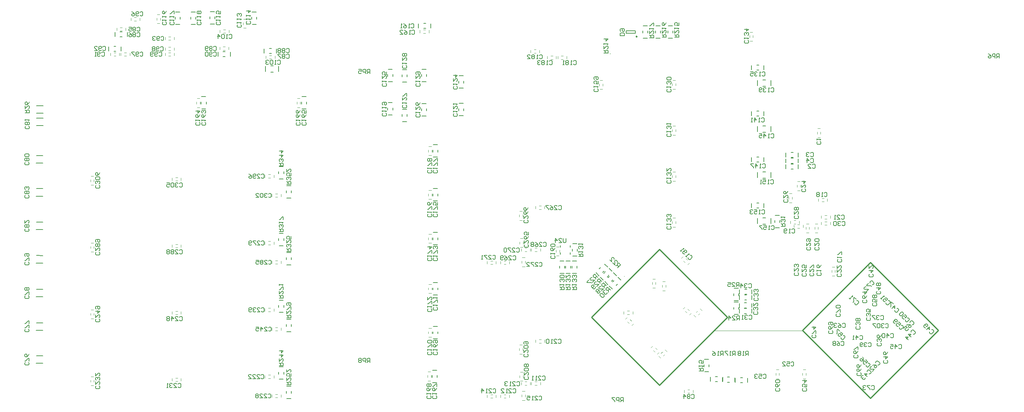
<source format=gbo>
G04*
G04 #@! TF.GenerationSoftware,Altium Limited,Altium Designer,21.8.1 (53)*
G04*
G04 Layer_Color=32896*
%FSAX43Y43*%
%MOMM*%
G71*
G04*
G04 #@! TF.SameCoordinates,84DC94BE-3BC4-41EC-B0AB-4FBC39C73DE4*
G04*
G04*
G04 #@! TF.FilePolarity,Positive*
G04*
G01*
G75*
%ADD10C,0.100*%
%ADD11C,0.150*%
%ADD12C,0.250*%
%ADD13C,0.254*%
%ADD14C,0.200*%
D10*
X0229825Y0152550D02*
G03*
X0229825Y0152550I-0000050J0000000D01*
G01*
X0244975Y0135725D02*
Y0136325D01*
X0247125Y0135725D02*
Y0136325D01*
X0245800Y0135625D02*
X0246300D01*
X0245800Y0136425D02*
X0246300D01*
X0266550Y0131725D02*
X0287650Y0131725D01*
X0263283Y0136982D02*
X0263707Y0136558D01*
X0261762Y0135462D02*
X0262187Y0135037D01*
X0262275Y0136116D02*
X0262629Y0136469D01*
X0262841Y0135550D02*
X0263194Y0135904D01*
X0259421Y0116911D02*
Y0117511D01*
X0261571Y0116911D02*
Y0117511D01*
X0260246Y0116811D02*
X0260746D01*
X0260246Y0117611D02*
X0260746D01*
X0229600Y0150500D02*
Y0151000D01*
X0228800Y0150500D02*
Y0151000D01*
X0228900Y0149675D02*
X0229500D01*
X0228900Y0151825D02*
X0229500D01*
X0239150Y0190350D02*
Y0190850D01*
X0239950Y0190350D02*
Y0190850D01*
X0239250Y0191675D02*
X0239850D01*
X0239250Y0189525D02*
X0239850D01*
X0257394Y0168383D02*
Y0168883D01*
X0256594Y0168383D02*
Y0168883D01*
X0256694Y0167558D02*
X0257294D01*
X0256694Y0169708D02*
X0257294D01*
X0275894Y0201883D02*
Y0202383D01*
X0275094Y0201883D02*
Y0202383D01*
X0275194Y0201058D02*
X0275794D01*
X0275194Y0203208D02*
X0275794D01*
X0252600Y0142800D02*
Y0143300D01*
X0251800Y0142800D02*
Y0143300D01*
X0251900Y0141975D02*
X0252500D01*
X0251900Y0144125D02*
X0252500D01*
X0253885Y0126285D02*
X0254239Y0126639D01*
X0254451Y0125720D02*
X0254805Y0126073D01*
X0254893Y0127152D02*
X0255317Y0126727D01*
X0253373Y0125631D02*
X0253797Y0125207D01*
X0260266Y0136925D02*
X0260619Y0136571D01*
X0259700Y0136359D02*
X0260054Y0136006D01*
X0260708Y0135493D02*
X0261132Y0135917D01*
X0259187Y0137013D02*
X0259612Y0137438D01*
X0254200Y0142150D02*
Y0142650D01*
X0255000Y0142150D02*
Y0142650D01*
X0254300Y0143475D02*
X0254900D01*
X0254300Y0141325D02*
X0254900D01*
X0245900Y0133834D02*
X0246254Y0133481D01*
X0246466Y0134400D02*
X0246819Y0134046D01*
X0245387Y0134488D02*
X0245812Y0134913D01*
X0246908Y0132968D02*
X0247332Y0133392D01*
X0252596Y0127569D02*
X0252950Y0127216D01*
X0252031Y0127004D02*
X0252384Y0126650D01*
X0253038Y0126137D02*
X0253463Y0126562D01*
X0251518Y0127658D02*
X0251942Y0128082D01*
X0281365Y0121056D02*
Y0121556D01*
X0282165Y0121056D02*
Y0121556D01*
X0281465Y0122381D02*
X0282065D01*
X0281465Y0120231D02*
X0282065D01*
X0287752Y0121056D02*
Y0121556D01*
X0288552Y0121056D02*
Y0121556D01*
X0287852Y0122381D02*
X0288452D01*
X0287852Y0120231D02*
X0288452D01*
X0256694Y0158708D02*
X0257294D01*
X0256694Y0156558D02*
X0257294D01*
X0256594Y0157383D02*
Y0157883D01*
X0257394Y0157383D02*
Y0157883D01*
X0260283Y0147568D02*
X0260707Y0147992D01*
X0258762Y0149088D02*
X0259187Y0149513D01*
X0259841Y0149000D02*
X0260194Y0148646D01*
X0259275Y0148434D02*
X0259629Y0148081D01*
X0216300Y0116400D02*
X0216800D01*
X0216300Y0115600D02*
X0216800D01*
X0217625Y0115700D02*
Y0116300D01*
X0215475Y0115700D02*
Y0116300D01*
X0221400Y0115900D02*
Y0116400D01*
X0220600Y0115900D02*
Y0116400D01*
X0220700Y0115075D02*
X0221300D01*
X0220700Y0117225D02*
X0221300D01*
X0213100Y0115600D02*
X0213600D01*
X0213100Y0116400D02*
X0213600D01*
X0212275Y0115700D02*
Y0116300D01*
X0214425Y0115700D02*
Y0116300D01*
X0222625Y0118800D02*
Y0119400D01*
X0220475Y0118800D02*
Y0119400D01*
X0221300Y0119500D02*
X0221800D01*
X0221300Y0118700D02*
X0221800D01*
X0222875Y0118800D02*
Y0119400D01*
X0225025Y0118800D02*
Y0119400D01*
X0223700Y0118700D02*
X0224200D01*
X0223700Y0119500D02*
X0224200D01*
X0223875Y0128900D02*
Y0129500D01*
X0226025Y0128900D02*
Y0129500D01*
X0224700Y0128800D02*
X0225200D01*
X0224700Y0129600D02*
X0225200D01*
X0220000Y0127000D02*
Y0127500D01*
X0220800Y0127000D02*
Y0127500D01*
X0220100Y0128325D02*
X0220700D01*
X0220100Y0126175D02*
X0220700D01*
X0220900Y0120500D02*
Y0121000D01*
X0220100Y0120500D02*
Y0121000D01*
X0220200Y0119675D02*
X0220800D01*
X0220200Y0121825D02*
X0220800D01*
X0117546Y0152736D02*
X0118146D01*
X0117546Y0150586D02*
X0118146D01*
X0117446Y0151411D02*
Y0151911D01*
X0118246Y0151411D02*
Y0151911D01*
X0139071Y0151711D02*
Y0152311D01*
X0136921Y0151711D02*
Y0152311D01*
X0137746Y0152411D02*
X0138246D01*
X0137746Y0151611D02*
X0138246D01*
X0117546Y0136736D02*
X0118146D01*
X0117546Y0134586D02*
X0118146D01*
X0117446Y0135411D02*
Y0135911D01*
X0118246Y0135411D02*
Y0135911D01*
X0139071Y0135711D02*
Y0136311D01*
X0136921Y0135711D02*
Y0136311D01*
X0137746Y0136411D02*
X0138246D01*
X0137746Y0135611D02*
X0138246D01*
X0117546Y0168736D02*
X0118146D01*
X0117546Y0166586D02*
X0118146D01*
X0117446Y0167411D02*
Y0167911D01*
X0118246Y0167411D02*
Y0167911D01*
X0139071Y0167711D02*
Y0168311D01*
X0136921Y0167711D02*
Y0168311D01*
X0137746Y0168411D02*
X0138246D01*
X0137746Y0167611D02*
X0138246D01*
X0137746Y0119611D02*
X0138246D01*
X0137746Y0120411D02*
X0138246D01*
X0136921Y0119711D02*
Y0120311D01*
X0139071Y0119711D02*
Y0120311D01*
X0118246Y0119411D02*
Y0119911D01*
X0117446Y0119411D02*
Y0119911D01*
X0117546Y0118586D02*
X0118146D01*
X0117546Y0120736D02*
X0118146D01*
X0222625Y0150800D02*
Y0151400D01*
X0220475Y0150800D02*
Y0151400D01*
X0221300Y0151500D02*
X0221800D01*
X0221300Y0150700D02*
X0221800D01*
X0220700Y0149225D02*
X0221300D01*
X0220700Y0147075D02*
X0221300D01*
X0220600Y0147900D02*
Y0148400D01*
X0221400Y0147900D02*
Y0148400D01*
X0214425Y0147700D02*
Y0148300D01*
X0212275Y0147700D02*
Y0148300D01*
X0213100Y0148400D02*
X0213600D01*
X0213100Y0147600D02*
X0213600D01*
X0215475Y0147700D02*
Y0148300D01*
X0217625Y0147700D02*
Y0148300D01*
X0216300Y0147600D02*
X0216800D01*
X0216300Y0148400D02*
X0216800D01*
X0220200Y0153825D02*
X0220800D01*
X0220200Y0151675D02*
X0220800D01*
X0220100Y0152500D02*
Y0153000D01*
X0220900Y0152500D02*
Y0153000D01*
X0222875Y0150800D02*
Y0151400D01*
X0225025Y0150800D02*
Y0151400D01*
X0223700Y0150700D02*
X0224200D01*
X0223700Y0151500D02*
X0224200D01*
X0220100Y0158175D02*
X0220700D01*
X0220100Y0160325D02*
X0220700D01*
X0220800Y0159000D02*
Y0159500D01*
X0220000Y0159000D02*
Y0159500D01*
X0223875Y0160900D02*
Y0161500D01*
X0226025Y0160900D02*
Y0161500D01*
X0224700Y0160800D02*
X0225200D01*
X0224700Y0161600D02*
X0225200D01*
X0198171Y0121861D02*
X0198771D01*
X0198171Y0119711D02*
X0198771D01*
X0198071Y0120536D02*
Y0121036D01*
X0198871Y0120536D02*
Y0121036D01*
X0292346Y0163411D02*
X0292846D01*
X0292346Y0162611D02*
X0292846D01*
X0293671Y0162711D02*
Y0163311D01*
X0291521Y0162711D02*
Y0163311D01*
X0292221Y0157111D02*
Y0157711D01*
X0294371Y0157111D02*
Y0157711D01*
X0293046Y0157011D02*
X0293546D01*
X0293046Y0157811D02*
X0293546D01*
X0288645Y0157336D02*
X0289245D01*
X0288645Y0155186D02*
X0289245D01*
X0288545Y0156011D02*
Y0156511D01*
X0289345Y0156011D02*
Y0156511D01*
X0286971Y0157411D02*
Y0158011D01*
X0284821Y0157411D02*
Y0158011D01*
X0285646Y0158111D02*
X0286146D01*
X0285646Y0157311D02*
X0286146D01*
X0284546Y0164536D02*
X0285146D01*
X0284546Y0162386D02*
X0285146D01*
X0284446Y0163211D02*
Y0163711D01*
X0285246Y0163211D02*
Y0163711D01*
X0286546Y0167436D02*
X0287146D01*
X0286546Y0165286D02*
X0287146D01*
X0286446Y0166111D02*
Y0166611D01*
X0287246Y0166111D02*
Y0166611D01*
X0292221Y0158611D02*
Y0159211D01*
X0294371Y0158611D02*
Y0159211D01*
X0293046Y0158511D02*
X0293546D01*
X0293046Y0159311D02*
X0293546D01*
X0290746Y0157336D02*
X0291346D01*
X0290746Y0155186D02*
X0291346D01*
X0290646Y0156011D02*
Y0156511D01*
X0291446Y0156011D02*
Y0156511D01*
X0287871Y0156411D02*
Y0157011D01*
X0285721Y0156411D02*
Y0157011D01*
X0286546Y0157111D02*
X0287046D01*
X0286546Y0156311D02*
X0287046D01*
X0291346Y0177986D02*
X0291946D01*
X0291346Y0180136D02*
X0291946D01*
X0292046Y0178811D02*
Y0179311D01*
X0291246Y0178811D02*
Y0179311D01*
X0294846Y0146986D02*
X0295446D01*
X0294846Y0144836D02*
X0295446D01*
X0294746Y0145661D02*
Y0146161D01*
X0295546Y0145661D02*
Y0146161D01*
X0256694Y0191708D02*
X0257294D01*
X0256694Y0189558D02*
X0257294D01*
X0256594Y0190383D02*
Y0190883D01*
X0257394Y0190383D02*
Y0190883D01*
X0256694Y0180708D02*
X0257294D01*
X0256694Y0178558D02*
X0257294D01*
X0256594Y0179383D02*
Y0179883D01*
X0257394Y0179383D02*
Y0179883D01*
X0196225Y0203050D02*
Y0203650D01*
X0198375Y0203050D02*
Y0203650D01*
X0197050Y0202950D02*
X0197550D01*
X0197050Y0203750D02*
X0197550D01*
X0143600Y0186000D02*
Y0186500D01*
X0142800Y0186000D02*
Y0186500D01*
X0142900Y0185175D02*
X0143500D01*
X0142900Y0187325D02*
X0143500D01*
X0167600Y0186000D02*
Y0186500D01*
X0166800Y0186000D02*
Y0186500D01*
X0166900Y0185175D02*
X0167500D01*
X0166900Y0187325D02*
X0167500D01*
X0199046Y0131011D02*
Y0131511D01*
X0198246Y0131011D02*
Y0131511D01*
X0198346Y0130186D02*
X0198946D01*
X0198346Y0132336D02*
X0198946D01*
X0199046Y0141511D02*
Y0142011D01*
X0198246Y0141511D02*
Y0142011D01*
X0198346Y0140686D02*
X0198946D01*
X0198346Y0142836D02*
X0198946D01*
X0199046Y0153511D02*
Y0154011D01*
X0198246Y0153511D02*
Y0154011D01*
X0198346Y0152686D02*
X0198946D01*
X0198346Y0154836D02*
X0198946D01*
X0224825Y0198300D02*
Y0198900D01*
X0222675Y0198300D02*
Y0198900D01*
X0223500Y0199000D02*
X0224000D01*
X0223500Y0198200D02*
X0224000D01*
X0228825Y0196800D02*
Y0197400D01*
X0226675Y0196800D02*
Y0197400D01*
X0227500Y0197500D02*
X0228000D01*
X0227500Y0196700D02*
X0228000D01*
X0229175Y0196800D02*
Y0197400D01*
X0231325Y0196800D02*
Y0197400D01*
X0230000Y0196700D02*
X0230500D01*
X0230000Y0197500D02*
X0230500D01*
X0160821Y0115811D02*
Y0116411D01*
X0162971Y0115811D02*
Y0116411D01*
X0161646Y0115711D02*
X0162146D01*
X0161646Y0116511D02*
X0162146D01*
X0159121Y0120411D02*
Y0121011D01*
X0161271Y0120411D02*
Y0121011D01*
X0159946Y0120311D02*
X0160446D01*
X0159946Y0121111D02*
X0160446D01*
X0161646Y0132511D02*
X0162146D01*
X0161646Y0131711D02*
X0162146D01*
X0162971Y0131811D02*
Y0132411D01*
X0160821Y0131811D02*
Y0132411D01*
X0159946Y0137111D02*
X0160446D01*
X0159946Y0136311D02*
X0160446D01*
X0161271Y0136411D02*
Y0137011D01*
X0159121Y0136411D02*
Y0137011D01*
X0161646Y0148511D02*
X0162146D01*
X0161646Y0147711D02*
X0162146D01*
X0162971Y0147811D02*
Y0148411D01*
X0160821Y0147811D02*
Y0148411D01*
X0159946Y0153111D02*
X0160446D01*
X0159946Y0152311D02*
X0160446D01*
X0161271Y0152411D02*
Y0153011D01*
X0159121Y0152411D02*
Y0153011D01*
X0161646Y0164511D02*
X0162146D01*
X0161646Y0163711D02*
X0162146D01*
X0162971Y0163811D02*
Y0164411D01*
X0160821Y0163811D02*
Y0164411D01*
X0159946Y0169111D02*
X0160446D01*
X0159946Y0168311D02*
X0160446D01*
X0161271Y0168411D02*
Y0169011D01*
X0159121Y0168411D02*
Y0169011D01*
X0161525Y0196900D02*
Y0197500D01*
X0159375Y0196900D02*
Y0197500D01*
X0160200Y0197600D02*
X0160700D01*
X0160200Y0196800D02*
X0160700D01*
X0133400Y0205275D02*
X0134000D01*
X0133400Y0207425D02*
X0134000D01*
X0134100Y0206100D02*
Y0206600D01*
X0133300Y0206100D02*
Y0206600D01*
X0154000Y0206325D02*
X0154600D01*
X0154000Y0204175D02*
X0154600D01*
X0153900Y0205000D02*
Y0205500D01*
X0154700Y0205000D02*
Y0205500D01*
X0148375Y0203100D02*
Y0203700D01*
X0150525Y0203100D02*
Y0203700D01*
X0149200Y0203000D02*
X0149700D01*
X0149200Y0203800D02*
X0149700D01*
X0135275Y0197600D02*
Y0198200D01*
X0137425Y0197600D02*
Y0198200D01*
X0136100Y0197500D02*
X0136600D01*
X0136100Y0198300D02*
X0136600D01*
X0135275Y0198900D02*
Y0199500D01*
X0137425Y0198900D02*
Y0199500D01*
X0136100Y0198800D02*
X0136600D01*
X0136100Y0199600D02*
X0136600D01*
X0126825Y0197600D02*
Y0198200D01*
X0124675Y0197600D02*
Y0198200D01*
X0125500Y0198300D02*
X0126000D01*
X0125500Y0197500D02*
X0126000D01*
X0129225Y0206000D02*
Y0206600D01*
X0127075Y0206000D02*
Y0206600D01*
X0127900Y0206700D02*
X0128400D01*
X0127900Y0205900D02*
X0128400D01*
X0135275Y0201400D02*
Y0202000D01*
X0137425Y0201400D02*
Y0202000D01*
X0136100Y0201300D02*
X0136600D01*
X0136100Y0202100D02*
X0136600D01*
X0122175Y0197600D02*
Y0198200D01*
X0124325Y0197600D02*
Y0198200D01*
X0123000Y0197500D02*
X0123500D01*
X0123000Y0198300D02*
X0123500D01*
X0150477Y0199000D02*
Y0199600D01*
X0148327Y0199000D02*
Y0199600D01*
X0149152Y0199700D02*
X0149652D01*
X0149152Y0198900D02*
X0149652D01*
X0125825Y0203600D02*
Y0204200D01*
X0123675Y0203600D02*
Y0204200D01*
X0124500Y0204300D02*
X0125000D01*
X0124500Y0203500D02*
X0125000D01*
X0199046Y0174511D02*
Y0175011D01*
X0198246Y0174511D02*
Y0175011D01*
X0198346Y0173686D02*
X0198946D01*
X0198346Y0175836D02*
X0198946D01*
X0198346Y0165336D02*
X0198946D01*
X0198346Y0163186D02*
X0198946D01*
X0198246Y0164011D02*
Y0164511D01*
X0199046Y0164011D02*
Y0164511D01*
D11*
X0245154Y0144733D02*
G03*
X0245154Y0144733I-0000050J0000000D01*
G01*
X0241777Y0197992D02*
G03*
X0241777Y0197992I-0000050J0000000D01*
G01*
X0276800Y0162300D02*
X0277300D01*
X0276800Y0161100D02*
X0277300D01*
X0278525Y0161200D02*
Y0162200D01*
X0275564Y0161193D02*
Y0162193D01*
X0278235Y0158762D02*
X0278870D01*
X0278235Y0157238D02*
X0278870D01*
X0280140Y0157365D02*
Y0158635D01*
X0276965Y0157365D02*
Y0158635D01*
X0278235Y0169762D02*
X0278870D01*
X0278235Y0168238D02*
X0278870D01*
X0280140Y0168365D02*
Y0169635D01*
X0276965Y0168365D02*
Y0169635D01*
X0278235Y0180762D02*
X0278870D01*
X0278235Y0179238D02*
X0278870D01*
X0280140Y0179365D02*
Y0180635D01*
X0276965Y0179365D02*
Y0180635D01*
X0276800Y0184300D02*
X0277300D01*
X0276800Y0183100D02*
X0277300D01*
X0278525Y0183200D02*
Y0184200D01*
X0275564Y0183192D02*
Y0184192D01*
X0276800Y0173300D02*
X0277300D01*
X0276800Y0172100D02*
X0277300D01*
X0278525Y0172200D02*
Y0173200D01*
X0275564Y0172192D02*
Y0173192D01*
X0276965Y0190365D02*
Y0191635D01*
X0280140Y0190365D02*
Y0191635D01*
X0278235Y0190238D02*
X0278870D01*
X0278235Y0191762D02*
X0278870D01*
X0286736Y0173308D02*
Y0174308D01*
X0283775Y0173300D02*
Y0174300D01*
X0285000Y0174400D02*
X0285500D01*
X0285000Y0173200D02*
X0285500D01*
X0286736Y0171908D02*
Y0172908D01*
X0283775Y0171900D02*
Y0172900D01*
X0285000Y0173000D02*
X0285500D01*
X0285000Y0171800D02*
X0285500D01*
X0286736Y0170508D02*
Y0171508D01*
X0283775Y0170500D02*
Y0171500D01*
X0285000Y0171600D02*
X0285500D01*
X0285000Y0170400D02*
X0285500D01*
X0239971Y0145673D02*
X0240325Y0146026D01*
X0239123Y0146521D02*
X0239476Y0146875D01*
X0238327Y0145585D02*
X0239035Y0144877D01*
X0240416Y0147684D02*
X0241123Y0146977D01*
X0242300Y0143374D02*
X0242654Y0143727D01*
X0243148Y0142525D02*
X0243502Y0142879D01*
X0243590Y0144523D02*
X0244298Y0143815D01*
X0241502Y0142423D02*
X0242209Y0141716D01*
X0241024Y0144625D02*
X0241377Y0144979D01*
X0240175Y0145474D02*
X0240529Y0145827D01*
X0239380Y0144537D02*
X0240087Y0143829D01*
X0241468Y0146636D02*
X0242175Y0145929D01*
X0241248Y0144421D02*
X0241601Y0144775D01*
X0242096Y0143573D02*
X0242450Y0143926D01*
X0242538Y0145571D02*
X0243245Y0144863D01*
X0240450Y0143471D02*
X0241157Y0142764D01*
X0232807Y0149564D02*
X0233807D01*
X0232800Y0152525D02*
X0233800D01*
X0233900Y0150800D02*
Y0151300D01*
X0232700Y0150800D02*
Y0151300D01*
X0229692Y0148436D02*
X0230692D01*
X0229700Y0145475D02*
X0230700D01*
X0229600Y0146700D02*
Y0147200D01*
X0230800Y0146700D02*
Y0147200D01*
X0231193Y0148436D02*
X0232193D01*
X0231200Y0145475D02*
X0232200D01*
X0231100Y0146700D02*
Y0147200D01*
X0232300Y0146700D02*
Y0147200D01*
X0232693Y0148436D02*
X0233693D01*
X0232700Y0145475D02*
X0233700D01*
X0232600Y0146700D02*
Y0147200D01*
X0233800Y0146700D02*
Y0147200D01*
X0281192Y0159336D02*
X0282192D01*
X0281200Y0156375D02*
X0282200D01*
X0281100Y0157600D02*
Y0158100D01*
X0282300Y0157600D02*
Y0158100D01*
X0273850Y0135825D02*
X0274350D01*
X0273850Y0137025D02*
X0274350D01*
X0272625Y0135925D02*
Y0136925D01*
X0275586Y0135932D02*
Y0136932D01*
X0271392Y0138586D02*
X0272392D01*
X0271400Y0135625D02*
X0272400D01*
X0271300Y0136850D02*
Y0137350D01*
X0272500Y0136850D02*
Y0137350D01*
X0273850Y0138375D02*
X0274350D01*
X0273850Y0137175D02*
X0274350D01*
X0275575Y0137275D02*
Y0138275D01*
X0272614Y0137268D02*
Y0138268D01*
X0272646Y0140561D02*
Y0141561D01*
X0275607Y0140569D02*
Y0141569D01*
X0273882Y0140469D02*
X0274382D01*
X0273882Y0141669D02*
X0274382D01*
X0272475Y0140125D02*
Y0140625D01*
X0271275Y0140125D02*
Y0140625D01*
X0271375Y0138900D02*
X0272375D01*
X0271367Y0141861D02*
X0272367D01*
X0273875Y0139100D02*
X0274375D01*
X0273875Y0140300D02*
X0274375D01*
X0272650Y0139200D02*
Y0140200D01*
X0275611Y0139208D02*
Y0140208D01*
X0264200Y0123100D02*
Y0123600D01*
X0265400Y0123100D02*
Y0123600D01*
X0264300Y0124825D02*
X0265300D01*
X0264307Y0121864D02*
X0265307D01*
X0265664Y0119593D02*
Y0120593D01*
X0268625Y0119600D02*
Y0120600D01*
X0266900Y0119500D02*
X0267400D01*
X0266900Y0120700D02*
X0267400D01*
X0268564Y0119493D02*
Y0120493D01*
X0271525Y0119500D02*
Y0120500D01*
X0269800Y0119400D02*
X0270300D01*
X0269800Y0120600D02*
X0270300D01*
X0271664Y0119393D02*
Y0120393D01*
X0274625Y0119400D02*
Y0120400D01*
X0272900Y0119300D02*
X0273400D01*
X0272900Y0120500D02*
X0273400D01*
X0249639Y0204747D02*
X0250639D01*
X0249646Y0201786D02*
X0250646D01*
X0249546Y0203011D02*
Y0203511D01*
X0250746Y0203011D02*
Y0203511D01*
X0252654Y0201775D02*
X0253654D01*
X0252646Y0204736D02*
X0253646D01*
X0253746Y0203011D02*
Y0203511D01*
X0252546Y0203011D02*
Y0203511D01*
X0255546Y0203011D02*
Y0203511D01*
X0256746Y0203011D02*
Y0203511D01*
X0255646Y0204736D02*
X0256646D01*
X0255654Y0201775D02*
X0256654D01*
X0193146Y0192511D02*
Y0193011D01*
X0191946Y0192511D02*
Y0193011D01*
X0192046Y0191286D02*
X0193046D01*
X0192039Y0194247D02*
X0193039D01*
X0193146Y0183011D02*
Y0183511D01*
X0191946Y0183011D02*
Y0183511D01*
X0192046Y0181786D02*
X0193046D01*
X0192039Y0184747D02*
X0193039D01*
X0199264Y0122272D02*
X0200264D01*
X0199271Y0119311D02*
X0200271D01*
X0199171Y0120536D02*
Y0121036D01*
X0200371Y0120536D02*
Y0121036D01*
X0188525Y0192582D02*
Y0193082D01*
X0189725Y0192582D02*
Y0193082D01*
X0188625Y0194307D02*
X0189625D01*
X0188633Y0191345D02*
X0189633D01*
X0189725Y0184581D02*
Y0185082D01*
X0188525Y0184581D02*
Y0185082D01*
X0188625Y0183357D02*
X0189625D01*
X0188617Y0186318D02*
X0189617D01*
X0196604Y0192581D02*
Y0193081D01*
X0197804Y0192581D02*
Y0193081D01*
X0196704Y0194306D02*
X0197704D01*
X0196711Y0191345D02*
X0197711D01*
X0197799Y0184382D02*
Y0184882D01*
X0196599Y0184382D02*
Y0184882D01*
X0196699Y0183156D02*
X0197699D01*
X0196692Y0186118D02*
X0197692D01*
X0195864Y0204193D02*
Y0205193D01*
X0198825Y0204200D02*
Y0205200D01*
X0197100Y0204100D02*
X0197600D01*
X0197100Y0205300D02*
X0197600D01*
X0206700Y0191000D02*
Y0191500D01*
X0205500Y0191000D02*
Y0191500D01*
X0205600Y0189775D02*
X0206600D01*
X0205592Y0192737D02*
X0206592D01*
X0206700Y0184400D02*
Y0184900D01*
X0205500Y0184400D02*
Y0184900D01*
X0205600Y0183175D02*
X0206600D01*
X0205592Y0186137D02*
X0206592D01*
X0145100Y0186000D02*
Y0186500D01*
X0143900Y0186000D02*
Y0186500D01*
X0144000Y0184775D02*
X0145000D01*
X0143992Y0187737D02*
X0144992D01*
X0169100Y0186000D02*
Y0186500D01*
X0167900Y0186000D02*
Y0186500D01*
X0168000Y0184775D02*
X0169000D01*
X0167992Y0187737D02*
X0168992D01*
X0200546Y0131011D02*
Y0131511D01*
X0199346Y0131011D02*
Y0131511D01*
X0199446Y0129786D02*
X0200446D01*
X0199439Y0132747D02*
X0200439D01*
X0200546Y0141511D02*
Y0142011D01*
X0199346Y0141511D02*
Y0142011D01*
X0199446Y0140286D02*
X0200446D01*
X0199439Y0143247D02*
X0200439D01*
X0200546Y0153511D02*
Y0154011D01*
X0199346Y0153511D02*
Y0154011D01*
X0199446Y0152286D02*
X0200446D01*
X0199439Y0155247D02*
X0200439D01*
X0165446Y0116711D02*
Y0117211D01*
X0164246Y0116711D02*
Y0117211D01*
X0164346Y0115486D02*
X0165346D01*
X0164339Y0118447D02*
X0165339D01*
X0163646Y0121311D02*
Y0121811D01*
X0162446Y0121311D02*
Y0121811D01*
X0162546Y0120086D02*
X0163546D01*
X0162539Y0123047D02*
X0163539D01*
X0164339Y0134447D02*
X0165339D01*
X0164346Y0131486D02*
X0165346D01*
X0164246Y0132711D02*
Y0133211D01*
X0165446Y0132711D02*
Y0133211D01*
X0162539Y0139047D02*
X0163539D01*
X0162546Y0136086D02*
X0163546D01*
X0162446Y0137311D02*
Y0137811D01*
X0163646Y0137311D02*
Y0137811D01*
X0164339Y0150447D02*
X0165339D01*
X0164346Y0147486D02*
X0165346D01*
X0164246Y0148711D02*
Y0149211D01*
X0165446Y0148711D02*
Y0149211D01*
X0162539Y0155047D02*
X0163539D01*
X0162546Y0152086D02*
X0163546D01*
X0162446Y0153311D02*
Y0153811D01*
X0163646Y0153311D02*
Y0153811D01*
X0164339Y0166447D02*
X0165339D01*
X0164346Y0163486D02*
X0165346D01*
X0164246Y0164711D02*
Y0165211D01*
X0165446Y0164711D02*
Y0165211D01*
X0162539Y0171047D02*
X0163539D01*
X0162546Y0168086D02*
X0163546D01*
X0162446Y0169311D02*
Y0169811D01*
X0163646Y0169311D02*
Y0169811D01*
X0161936Y0198208D02*
Y0199208D01*
X0158975Y0198200D02*
Y0199200D01*
X0160200Y0199300D02*
X0160700D01*
X0160200Y0198100D02*
X0160700D01*
X0141508Y0205064D02*
X0142508D01*
X0141500Y0208025D02*
X0142500D01*
X0142600Y0206300D02*
Y0206800D01*
X0141400Y0206300D02*
Y0206800D01*
X0138900Y0206300D02*
Y0206800D01*
X0137700Y0206300D02*
Y0206800D01*
X0137800Y0205075D02*
X0138800D01*
X0137792Y0208037D02*
X0138792D01*
X0146000Y0206400D02*
Y0206900D01*
X0147200Y0206400D02*
Y0206900D01*
X0146100Y0208125D02*
X0147100D01*
X0146108Y0205164D02*
X0147107D01*
X0156000Y0206300D02*
Y0206800D01*
X0157200Y0206300D02*
Y0206800D01*
X0156100Y0208025D02*
X0157100D01*
X0156108Y0205064D02*
X0157108D01*
X0160530Y0193638D02*
X0161165D01*
X0160530Y0195162D02*
X0161165D01*
X0159260Y0193765D02*
Y0195035D01*
X0162435Y0193765D02*
Y0195035D01*
X0123000Y0199800D02*
X0123500D01*
X0123000Y0198600D02*
X0123500D01*
X0124725Y0198700D02*
Y0199700D01*
X0121764Y0198693D02*
Y0199693D01*
X0149115Y0197311D02*
X0149615D01*
X0149115Y0198511D02*
X0149615D01*
X0147890Y0197411D02*
Y0198411D01*
X0150852Y0197418D02*
Y0198418D01*
X0124500Y0202100D02*
X0125000D01*
X0124500Y0203300D02*
X0125000D01*
X0123275Y0202200D02*
Y0203200D01*
X0126236Y0202208D02*
Y0203208D01*
X0200546Y0174511D02*
Y0175011D01*
X0199346Y0174511D02*
Y0175011D01*
X0199446Y0173286D02*
X0200446D01*
X0199439Y0176247D02*
X0200439D01*
X0199439Y0165747D02*
X0200439D01*
X0199446Y0162786D02*
X0200446D01*
X0199346Y0164011D02*
Y0164511D01*
X0200546Y0164011D02*
Y0164511D01*
X0276800Y0195300D02*
X0277300D01*
X0276800Y0194100D02*
X0277300D01*
X0278525Y0194200D02*
Y0195200D01*
X0275564Y0194193D02*
Y0195193D01*
D12*
X0248171Y0202136D02*
G03*
X0248171Y0202136I-0000125J0000000D01*
G01*
D13*
X0303950Y0115550D02*
X0320225Y0131825D01*
X0287688Y0131812D02*
X0303963Y0148087D01*
X0320225Y0131825D01*
X0287688Y0131812D02*
X0303950Y0115550D01*
X0253475Y0118675D02*
X0269750Y0134950D01*
X0237212Y0134938D02*
X0253488Y0151212D01*
X0269750Y0134950D01*
X0237212Y0134938D02*
X0253475Y0118675D01*
D14*
X0232175Y0150050D02*
Y0150455D01*
Y0151745D02*
Y0152150D01*
X0229775Y0150050D02*
Y0150455D01*
Y0151745D02*
Y0152150D01*
X0247746Y0202911D02*
Y0203511D01*
X0245546Y0202911D02*
Y0203511D01*
Y0202911D02*
X0247746D01*
X0245546Y0203511D02*
X0247746D01*
X0104460Y0165751D02*
X0106046Y0165740D01*
X0104446Y0163940D02*
X0106046D01*
X0104460Y0157711D02*
X0106046Y0157700D01*
X0104446Y0155900D02*
X0106046D01*
X0104500Y0185600D02*
X0106100D01*
X0104500Y0183800D02*
X0106086Y0183789D01*
X0104514Y0182611D02*
X0106100Y0182600D01*
X0104500Y0180800D02*
X0106100D01*
X0104460Y0173671D02*
X0106046Y0173660D01*
X0104446Y0171860D02*
X0106046D01*
X0104460Y0133622D02*
X0106046Y0133611D01*
X0104446Y0131811D02*
X0106046D01*
X0104460Y0141622D02*
X0106046Y0141611D01*
X0104446Y0139811D02*
X0106046D01*
X0104460Y0125722D02*
X0106046Y0125711D01*
X0104446Y0123911D02*
X0106046D01*
X0104460Y0149722D02*
X0106046Y0149711D01*
X0104446Y0147911D02*
X0106046D01*
X0307580Y0133238D02*
X0307746Y0133405D01*
X0308079D01*
X0308246Y0133238D01*
Y0132572D01*
X0308079Y0132405D01*
X0307746D01*
X0307580Y0132572D01*
X0307246Y0133238D02*
X0307080Y0133405D01*
X0306747D01*
X0306580Y0133238D01*
Y0133072D01*
X0306747Y0132905D01*
X0306913D01*
X0306747D01*
X0306580Y0132739D01*
Y0132572D01*
X0306747Y0132405D01*
X0307080D01*
X0307246Y0132572D01*
X0306247Y0133238D02*
X0306080Y0133405D01*
X0305747D01*
X0305580Y0133238D01*
Y0132572D01*
X0305747Y0132405D01*
X0306080D01*
X0306247Y0132572D01*
Y0133238D01*
X0305247Y0133405D02*
X0304581D01*
Y0133238D01*
X0305247Y0132572D01*
Y0132405D01*
X0280266Y0156733D02*
X0280433Y0156900D01*
X0280766D01*
X0280933Y0156733D01*
Y0156067D01*
X0280766Y0155900D01*
X0280433D01*
X0280266Y0156067D01*
X0279933Y0155900D02*
X0279600D01*
X0279766D01*
Y0156900D01*
X0279933Y0156733D01*
X0278434Y0156900D02*
X0279100D01*
Y0156400D01*
X0278767Y0156567D01*
X0278600D01*
X0278434Y0156400D01*
Y0156067D01*
X0278600Y0155900D01*
X0278933D01*
X0279100Y0156067D01*
X0278100Y0156900D02*
X0277434D01*
Y0156733D01*
X0278100Y0156067D01*
Y0155900D01*
X0278000Y0160533D02*
X0278166Y0160700D01*
X0278500D01*
X0278666Y0160533D01*
Y0159867D01*
X0278500Y0159700D01*
X0278166D01*
X0278000Y0159867D01*
X0277666Y0159700D02*
X0277333D01*
X0277500D01*
Y0160700D01*
X0277666Y0160533D01*
X0276167Y0160700D02*
X0276833D01*
Y0160200D01*
X0276500Y0160367D01*
X0276334D01*
X0276167Y0160200D01*
Y0159867D01*
X0276334Y0159700D01*
X0276667D01*
X0276833Y0159867D01*
X0275834Y0160533D02*
X0275667Y0160700D01*
X0275334D01*
X0275167Y0160533D01*
Y0160367D01*
X0275334Y0160200D01*
X0275500D01*
X0275334D01*
X0275167Y0160033D01*
Y0159867D01*
X0275334Y0159700D01*
X0275667D01*
X0275834Y0159867D01*
X0280100Y0167733D02*
X0280266Y0167900D01*
X0280600D01*
X0280766Y0167733D01*
Y0167067D01*
X0280600Y0166900D01*
X0280266D01*
X0280100Y0167067D01*
X0279766Y0166900D02*
X0279433D01*
X0279600D01*
Y0167900D01*
X0279766Y0167733D01*
X0278267Y0167900D02*
X0278933D01*
Y0167400D01*
X0278600Y0167567D01*
X0278434D01*
X0278267Y0167400D01*
Y0167067D01*
X0278434Y0166900D01*
X0278767D01*
X0278933Y0167067D01*
X0277934Y0166900D02*
X0277600D01*
X0277767D01*
Y0167900D01*
X0277934Y0167733D01*
X0289669Y0172807D02*
X0289835Y0172974D01*
X0290169D01*
X0290335Y0172807D01*
Y0172140D01*
X0290169Y0171974D01*
X0289835D01*
X0289669Y0172140D01*
X0288836Y0171974D02*
Y0172974D01*
X0289336Y0172474D01*
X0288669D01*
X0289669Y0174207D02*
X0289835Y0174374D01*
X0290169D01*
X0290335Y0174207D01*
Y0173540D01*
X0290169Y0173374D01*
X0289835D01*
X0289669Y0173540D01*
X0289336Y0174207D02*
X0289169Y0174374D01*
X0288836D01*
X0288669Y0174207D01*
Y0174040D01*
X0288836Y0173874D01*
X0289002D01*
X0288836D01*
X0288669Y0173707D01*
Y0173540D01*
X0288836Y0173374D01*
X0289169D01*
X0289336Y0173540D01*
X0241796Y0141464D02*
X0241089Y0142171D01*
X0240736Y0141818D01*
Y0141582D01*
X0240971Y0141346D01*
X0241207D01*
X0241560Y0141700D01*
X0241325Y0141464D02*
Y0140993D01*
X0240500Y0141346D02*
X0240264D01*
X0240029Y0141111D01*
X0240029Y0140875D01*
X0240147Y0140757D01*
X0240382D01*
X0240500Y0140875D01*
X0240382Y0140757D01*
X0240382Y0140522D01*
X0240500Y0140404D01*
X0240736D01*
X0240971Y0140639D01*
Y0140875D01*
X0239793Y0140639D02*
X0239557D01*
X0239322Y0140404D01*
X0239322Y0140168D01*
X0239793Y0139697D01*
X0240029Y0139697D01*
X0240264Y0139932D01*
Y0140168D01*
X0239793Y0140639D01*
X0240806Y0142448D02*
X0240100Y0143155D01*
X0239746Y0142801D01*
Y0142566D01*
X0239982Y0142330D01*
X0240217D01*
X0240571Y0142684D01*
X0240335Y0142448D02*
Y0141977D01*
X0239628Y0141270D02*
X0240100Y0141741D01*
X0239157D01*
X0239039Y0141859D01*
X0239039Y0142094D01*
X0239275Y0142330D01*
X0239511D01*
X0238804Y0141623D02*
X0238568D01*
X0238332Y0141388D01*
X0238332Y0141152D01*
X0238450Y0141034D01*
X0238686D01*
X0238686Y0140799D01*
X0238804Y0140681D01*
X0239039Y0140681D01*
X0239275Y0140916D01*
Y0141152D01*
X0239157Y0141270D01*
X0238921D01*
Y0141505D01*
X0238804Y0141623D01*
X0238921Y0141270D02*
X0238686Y0141034D01*
X0238721Y0144539D02*
X0238014Y0145246D01*
X0237661Y0144893D01*
Y0144657D01*
X0237896Y0144421D01*
X0238132D01*
X0238485Y0144775D01*
X0238250Y0144539D02*
Y0144068D01*
X0237543Y0143361D02*
X0238014Y0143832D01*
X0237072D01*
X0236954Y0143950D01*
X0236954Y0144186D01*
X0237189Y0144421D01*
X0237425D01*
X0236600Y0143832D02*
X0236129Y0143361D01*
X0236247Y0143243D01*
X0237189D01*
X0237307Y0143125D01*
X0239734Y0143500D02*
X0239027Y0144207D01*
X0238673Y0143853D01*
Y0143618D01*
X0238909Y0143382D01*
X0239145D01*
X0239498Y0143736D01*
X0239262Y0143500D02*
Y0143029D01*
X0238555Y0142322D02*
X0239027Y0142793D01*
X0238084D01*
X0237966Y0142911D01*
X0237966Y0143147D01*
X0238202Y0143382D01*
X0238438D01*
X0238202Y0142204D02*
Y0141968D01*
X0237966Y0141733D01*
X0237731Y0141733D01*
X0237260Y0142204D01*
X0237260Y0142440D01*
X0237495Y0142675D01*
X0237731D01*
X0237849Y0142557D01*
Y0142322D01*
X0237495Y0141968D01*
X0278166Y0171533D02*
X0278333Y0171700D01*
X0278666D01*
X0278833Y0171533D01*
Y0170867D01*
X0278666Y0170700D01*
X0278333D01*
X0278166Y0170867D01*
X0277833Y0170700D02*
X0277500D01*
X0277666D01*
Y0171700D01*
X0277833Y0171533D01*
X0276500Y0170700D02*
Y0171700D01*
X0277000Y0171200D01*
X0276334D01*
X0276000Y0171700D02*
X0275334D01*
Y0171533D01*
X0276000Y0170867D01*
Y0170700D01*
X0243514Y0146804D02*
X0244221Y0147511D01*
X0243868Y0147864D01*
X0243632D01*
X0243396Y0147629D01*
Y0147393D01*
X0243750Y0147040D01*
X0243514Y0147275D02*
X0243043D01*
X0242336Y0147982D02*
X0242807Y0147511D01*
Y0148453D01*
X0242925Y0148571D01*
X0243161Y0148571D01*
X0243396Y0148336D01*
Y0148100D01*
X0241629Y0148689D02*
X0242100Y0148218D01*
Y0149160D01*
X0242218Y0149278D01*
X0242454Y0149278D01*
X0242689Y0149043D01*
Y0148807D01*
X0308202Y0138887D02*
X0308438D01*
X0308674Y0138652D01*
Y0138416D01*
X0308202Y0137945D01*
X0307967D01*
X0307731Y0138181D01*
Y0138416D01*
X0307613Y0139712D02*
X0308085Y0139241D01*
X0307731Y0138887D01*
X0307613Y0139241D01*
X0307496Y0139359D01*
X0307260D01*
X0307024Y0139123D01*
Y0138887D01*
X0307260Y0138652D01*
X0307496D01*
X0306671Y0139241D02*
X0306435Y0139476D01*
X0306553Y0139359D01*
X0307260Y0140066D01*
Y0139830D01*
X0240200Y0198201D02*
X0241200D01*
Y0198700D01*
X0241033Y0198867D01*
X0240700D01*
X0240533Y0198700D01*
Y0198201D01*
Y0198534D02*
X0240200Y0198867D01*
Y0199867D02*
Y0199200D01*
X0240867Y0199867D01*
X0241033D01*
X0241200Y0199700D01*
Y0199367D01*
X0241033Y0199200D01*
X0240200Y0200200D02*
Y0200533D01*
Y0200367D01*
X0241200D01*
X0241033Y0200200D01*
X0240200Y0201533D02*
X0241200D01*
X0240700Y0201033D01*
Y0201699D01*
X0224766Y0147934D02*
X0224933Y0148100D01*
X0225266D01*
X0225433Y0147934D01*
Y0147267D01*
X0225266Y0147101D01*
X0224933D01*
X0224766Y0147267D01*
X0223767Y0147101D02*
X0224433D01*
X0223767Y0147767D01*
Y0147934D01*
X0223933Y0148100D01*
X0224266D01*
X0224433Y0147934D01*
X0223433Y0148100D02*
X0222767D01*
Y0147934D01*
X0223433Y0147267D01*
Y0147101D01*
X0221767D02*
X0222434D01*
X0221767Y0147767D01*
Y0147934D01*
X0221934Y0148100D01*
X0222267D01*
X0222434Y0147934D01*
X0213600Y0149634D02*
X0213766Y0149800D01*
X0214100D01*
X0214266Y0149634D01*
Y0148967D01*
X0214100Y0148801D01*
X0213766D01*
X0213600Y0148967D01*
X0212600Y0148801D02*
X0213266D01*
X0212600Y0149467D01*
Y0149634D01*
X0212767Y0149800D01*
X0213100D01*
X0213266Y0149634D01*
X0212267Y0149800D02*
X0211600D01*
Y0149634D01*
X0212267Y0148967D01*
Y0148801D01*
X0211267D02*
X0210934D01*
X0211100D01*
Y0149800D01*
X0211267Y0149634D01*
X0219300Y0151334D02*
X0219466Y0151500D01*
X0219800D01*
X0219966Y0151334D01*
Y0150667D01*
X0219800Y0150501D01*
X0219466D01*
X0219300Y0150667D01*
X0218300Y0150501D02*
X0218966D01*
X0218300Y0151167D01*
Y0151334D01*
X0218467Y0151500D01*
X0218800D01*
X0218966Y0151334D01*
X0217967Y0151500D02*
X0217300D01*
Y0151334D01*
X0217967Y0150667D01*
Y0150501D01*
X0216967Y0151334D02*
X0216800Y0151500D01*
X0216467D01*
X0216301Y0151334D01*
Y0150667D01*
X0216467Y0150501D01*
X0216800D01*
X0216967Y0150667D01*
Y0151334D01*
X0218466Y0149533D02*
X0218633Y0149700D01*
X0218966D01*
X0219133Y0149533D01*
Y0148867D01*
X0218966Y0148700D01*
X0218633D01*
X0218466Y0148867D01*
X0217467Y0148700D02*
X0218133D01*
X0217467Y0149367D01*
Y0149533D01*
X0217633Y0149700D01*
X0217966D01*
X0218133Y0149533D01*
X0216467Y0149700D02*
X0216800Y0149533D01*
X0217133Y0149200D01*
Y0148867D01*
X0216967Y0148700D01*
X0216634D01*
X0216467Y0148867D01*
Y0149033D01*
X0216634Y0149200D01*
X0217133D01*
X0216134Y0148867D02*
X0215967Y0148700D01*
X0215634D01*
X0215467Y0148867D01*
Y0149533D01*
X0215634Y0149700D01*
X0215967D01*
X0216134Y0149533D01*
Y0149367D01*
X0215967Y0149200D01*
X0215467D01*
X0225766Y0152733D02*
X0225933Y0152900D01*
X0226266D01*
X0226433Y0152733D01*
Y0152067D01*
X0226266Y0151900D01*
X0225933D01*
X0225766Y0152067D01*
X0224767Y0151900D02*
X0225433D01*
X0224767Y0152567D01*
Y0152733D01*
X0224933Y0152900D01*
X0225266D01*
X0225433Y0152733D01*
X0223767Y0152900D02*
X0224100Y0152733D01*
X0224433Y0152400D01*
Y0152067D01*
X0224267Y0151900D01*
X0223934D01*
X0223767Y0152067D01*
Y0152233D01*
X0223934Y0152400D01*
X0224433D01*
X0223434Y0152733D02*
X0223267Y0152900D01*
X0222934D01*
X0222767Y0152733D01*
Y0152567D01*
X0222934Y0152400D01*
X0222767Y0152233D01*
Y0152067D01*
X0222934Y0151900D01*
X0223267D01*
X0223434Y0152067D01*
Y0152233D01*
X0223267Y0152400D01*
X0223434Y0152567D01*
Y0152733D01*
X0223267Y0152400D02*
X0222934D01*
X0229366Y0161533D02*
X0229533Y0161700D01*
X0229866D01*
X0230033Y0161533D01*
Y0160867D01*
X0229866Y0160700D01*
X0229533D01*
X0229366Y0160867D01*
X0228367Y0160700D02*
X0229033D01*
X0228367Y0161367D01*
Y0161533D01*
X0228533Y0161700D01*
X0228866D01*
X0229033Y0161533D01*
X0227367Y0161700D02*
X0227700Y0161533D01*
X0228033Y0161200D01*
Y0160867D01*
X0227867Y0160700D01*
X0227534D01*
X0227367Y0160867D01*
Y0161033D01*
X0227534Y0161200D01*
X0228033D01*
X0227034Y0161700D02*
X0226367D01*
Y0161533D01*
X0227034Y0160867D01*
Y0160700D01*
X0221933Y0158217D02*
X0222100Y0158051D01*
Y0157718D01*
X0221933Y0157551D01*
X0221267D01*
X0221100Y0157718D01*
Y0158051D01*
X0221267Y0158217D01*
X0221100Y0159217D02*
Y0158551D01*
X0221767Y0159217D01*
X0221933D01*
X0222100Y0159050D01*
Y0158717D01*
X0221933Y0158551D01*
X0222100Y0160217D02*
X0221933Y0159884D01*
X0221600Y0159550D01*
X0221267D01*
X0221100Y0159717D01*
Y0160050D01*
X0221267Y0160217D01*
X0221433D01*
X0221600Y0160050D01*
Y0159550D01*
X0222100Y0161216D02*
X0221933Y0160883D01*
X0221600Y0160550D01*
X0221267D01*
X0221100Y0160717D01*
Y0161050D01*
X0221267Y0161216D01*
X0221433D01*
X0221600Y0161050D01*
Y0160550D01*
X0222033Y0152334D02*
X0222200Y0152167D01*
Y0151834D01*
X0222033Y0151667D01*
X0221367D01*
X0221200Y0151834D01*
Y0152167D01*
X0221367Y0152334D01*
X0221200Y0153333D02*
Y0152667D01*
X0221867Y0153333D01*
X0222033D01*
X0222200Y0153167D01*
Y0152834D01*
X0222033Y0152667D01*
X0222200Y0154333D02*
X0222033Y0154000D01*
X0221700Y0153667D01*
X0221367D01*
X0221200Y0153833D01*
Y0154166D01*
X0221367Y0154333D01*
X0221533D01*
X0221700Y0154166D01*
Y0153667D01*
X0222200Y0155333D02*
Y0154666D01*
X0221700D01*
X0221867Y0155000D01*
Y0155166D01*
X0221700Y0155333D01*
X0221367D01*
X0221200Y0155166D01*
Y0154833D01*
X0221367Y0154666D01*
X0218483Y0117634D02*
X0218650Y0117800D01*
X0218983D01*
X0219149Y0117634D01*
Y0116967D01*
X0218983Y0116801D01*
X0218650D01*
X0218483Y0116967D01*
X0217483Y0116801D02*
X0218150D01*
X0217483Y0117467D01*
Y0117634D01*
X0217650Y0117800D01*
X0217983D01*
X0218150Y0117634D01*
X0217150Y0116801D02*
X0216817D01*
X0216983D01*
Y0117800D01*
X0217150Y0117634D01*
X0215651Y0116801D02*
X0216317D01*
X0215651Y0117467D01*
Y0117634D01*
X0215817Y0117800D01*
X0216150D01*
X0216317Y0117634D01*
X0164266Y0199134D02*
X0164433Y0199300D01*
X0164766D01*
X0164933Y0199134D01*
Y0198467D01*
X0164766Y0198301D01*
X0164433D01*
X0164266Y0198467D01*
X0163933Y0199134D02*
X0163767Y0199300D01*
X0163433D01*
X0163267Y0199134D01*
Y0198967D01*
X0163433Y0198800D01*
X0163267Y0198634D01*
Y0198467D01*
X0163433Y0198301D01*
X0163767D01*
X0163933Y0198467D01*
Y0198634D01*
X0163767Y0198800D01*
X0163933Y0198967D01*
Y0199134D01*
X0163767Y0198800D02*
X0163433D01*
X0162934Y0199134D02*
X0162767Y0199300D01*
X0162434D01*
X0162267Y0199134D01*
Y0198967D01*
X0162434Y0198800D01*
X0162267Y0198634D01*
Y0198467D01*
X0162434Y0198301D01*
X0162767D01*
X0162934Y0198467D01*
Y0198634D01*
X0162767Y0198800D01*
X0162934Y0198967D01*
Y0199134D01*
X0162767Y0198800D02*
X0162434D01*
X0164266Y0197734D02*
X0164433Y0197900D01*
X0164766D01*
X0164933Y0197734D01*
Y0197067D01*
X0164766Y0196901D01*
X0164433D01*
X0164266Y0197067D01*
X0163933Y0197734D02*
X0163767Y0197900D01*
X0163433D01*
X0163267Y0197734D01*
Y0197567D01*
X0163433Y0197400D01*
X0163267Y0197234D01*
Y0197067D01*
X0163433Y0196901D01*
X0163767D01*
X0163933Y0197067D01*
Y0197234D01*
X0163767Y0197400D01*
X0163933Y0197567D01*
Y0197734D01*
X0163767Y0197400D02*
X0163433D01*
X0162934Y0197900D02*
X0162267D01*
Y0197734D01*
X0162934Y0197067D01*
Y0196901D01*
X0278083Y0193533D02*
X0278250Y0193700D01*
X0278583D01*
X0278749Y0193533D01*
Y0192867D01*
X0278583Y0192700D01*
X0278250D01*
X0278083Y0192867D01*
X0277750Y0192700D02*
X0277417D01*
X0277583D01*
Y0193700D01*
X0277750Y0193533D01*
X0276917D02*
X0276750Y0193700D01*
X0276417D01*
X0276250Y0193533D01*
Y0193367D01*
X0276417Y0193200D01*
X0276583D01*
X0276417D01*
X0276250Y0193033D01*
Y0192867D01*
X0276417Y0192700D01*
X0276750D01*
X0276917Y0192867D01*
X0275251Y0193700D02*
X0275917D01*
Y0193200D01*
X0275584Y0193367D01*
X0275417D01*
X0275251Y0193200D01*
Y0192867D01*
X0275417Y0192700D01*
X0275750D01*
X0275917Y0192867D01*
X0231133Y0153825D02*
Y0152992D01*
X0230966Y0152825D01*
X0230633D01*
X0230466Y0152992D01*
Y0153825D01*
X0229467Y0152825D02*
X0230133D01*
X0229467Y0153492D01*
Y0153658D01*
X0229633Y0153825D01*
X0229967D01*
X0230133Y0153658D01*
X0228634Y0152825D02*
Y0153825D01*
X0229134Y0153325D01*
X0228467D01*
X0184233Y0124100D02*
Y0125100D01*
X0183733D01*
X0183566Y0124933D01*
Y0124600D01*
X0183733Y0124433D01*
X0184233D01*
X0183900D02*
X0183566Y0124100D01*
X0183233D02*
Y0125100D01*
X0182733D01*
X0182567Y0124933D01*
Y0124600D01*
X0182733Y0124433D01*
X0183233D01*
X0182234Y0124933D02*
X0182067Y0125100D01*
X0181734D01*
X0181567Y0124933D01*
Y0124767D01*
X0181734Y0124600D01*
X0181567Y0124433D01*
Y0124267D01*
X0181734Y0124100D01*
X0182067D01*
X0182234Y0124267D01*
Y0124433D01*
X0182067Y0124600D01*
X0182234Y0124767D01*
Y0124933D01*
X0182067Y0124600D02*
X0181734D01*
X0244833Y0114701D02*
Y0115700D01*
X0244333D01*
X0244166Y0115534D01*
Y0115200D01*
X0244333Y0115034D01*
X0244833D01*
X0244500D02*
X0244166Y0114701D01*
X0243833D02*
Y0115700D01*
X0243333D01*
X0243167Y0115534D01*
Y0115200D01*
X0243333Y0115034D01*
X0243833D01*
X0242834Y0115700D02*
X0242167D01*
Y0115534D01*
X0242834Y0114867D01*
Y0114701D01*
X0334808Y0196997D02*
Y0197997D01*
X0334308D01*
X0334142Y0197831D01*
Y0197497D01*
X0334308Y0197331D01*
X0334808D01*
X0334475D02*
X0334142Y0196997D01*
X0333808D02*
Y0197997D01*
X0333309D01*
X0333142Y0197831D01*
Y0197497D01*
X0333309Y0197331D01*
X0333808D01*
X0332142Y0197997D02*
X0332476Y0197831D01*
X0332809Y0197497D01*
Y0197164D01*
X0332642Y0196997D01*
X0332309D01*
X0332142Y0197164D01*
Y0197331D01*
X0332309Y0197497D01*
X0332809D01*
X0184233Y0193300D02*
Y0194300D01*
X0183733D01*
X0183566Y0194133D01*
Y0193800D01*
X0183733Y0193633D01*
X0184233D01*
X0183900D02*
X0183566Y0193300D01*
X0183233D02*
Y0194300D01*
X0182733D01*
X0182567Y0194133D01*
Y0193800D01*
X0182733Y0193633D01*
X0183233D01*
X0181567Y0194300D02*
X0182234D01*
Y0193800D01*
X0181900Y0193967D01*
X0181734D01*
X0181567Y0193800D01*
Y0193467D01*
X0181734Y0193300D01*
X0182067D01*
X0182234Y0193467D01*
X0164346Y0166778D02*
X0165346D01*
Y0167278D01*
X0165179Y0167445D01*
X0164846D01*
X0164680Y0167278D01*
Y0166778D01*
Y0167112D02*
X0164346Y0167445D01*
X0165179Y0167778D02*
X0165346Y0167945D01*
Y0168278D01*
X0165179Y0168445D01*
X0165013D01*
X0164846Y0168278D01*
Y0168111D01*
Y0168278D01*
X0164680Y0168445D01*
X0164513D01*
X0164346Y0168278D01*
Y0167945D01*
X0164513Y0167778D01*
X0165346Y0169444D02*
Y0168778D01*
X0164846D01*
X0165013Y0169111D01*
Y0169278D01*
X0164846Y0169444D01*
X0164513D01*
X0164346Y0169278D01*
Y0168944D01*
X0164513Y0168778D01*
X0164346Y0170444D02*
Y0169777D01*
X0165013Y0170444D01*
X0165179D01*
X0165346Y0170277D01*
Y0169944D01*
X0165179Y0169777D01*
X0162546Y0171212D02*
X0163546D01*
Y0171712D01*
X0163379Y0171878D01*
X0163046D01*
X0162880Y0171712D01*
Y0171212D01*
Y0171545D02*
X0162546Y0171878D01*
X0163379Y0172212D02*
X0163546Y0172378D01*
Y0172711D01*
X0163379Y0172878D01*
X0163213D01*
X0163046Y0172711D01*
Y0172545D01*
Y0172711D01*
X0162880Y0172878D01*
X0162713D01*
X0162546Y0172711D01*
Y0172378D01*
X0162713Y0172212D01*
X0162546Y0173711D02*
X0163546D01*
X0163046Y0173211D01*
Y0173878D01*
X0162546Y0174711D02*
X0163546D01*
X0163046Y0174211D01*
Y0174877D01*
X0164346Y0150695D02*
X0165346D01*
Y0151195D01*
X0165179Y0151362D01*
X0164846D01*
X0164680Y0151195D01*
Y0150695D01*
Y0151028D02*
X0164346Y0151362D01*
X0165179Y0151695D02*
X0165346Y0151861D01*
Y0152195D01*
X0165179Y0152361D01*
X0165013D01*
X0164846Y0152195D01*
Y0152028D01*
Y0152195D01*
X0164680Y0152361D01*
X0164513D01*
X0164346Y0152195D01*
Y0151861D01*
X0164513Y0151695D01*
X0164346Y0153361D02*
Y0152694D01*
X0165013Y0153361D01*
X0165179D01*
X0165346Y0153194D01*
Y0152861D01*
X0165179Y0152694D01*
X0165346Y0154361D02*
Y0153694D01*
X0164846D01*
X0165013Y0154027D01*
Y0154194D01*
X0164846Y0154361D01*
X0164513D01*
X0164346Y0154194D01*
Y0153861D01*
X0164513Y0153694D01*
X0162546Y0155462D02*
X0163546D01*
Y0155962D01*
X0163379Y0156128D01*
X0163046D01*
X0162880Y0155962D01*
Y0155462D01*
Y0155795D02*
X0162546Y0156128D01*
X0163379Y0156461D02*
X0163546Y0156628D01*
Y0156961D01*
X0163379Y0157128D01*
X0163213D01*
X0163046Y0156961D01*
Y0156795D01*
Y0156961D01*
X0162880Y0157128D01*
X0162713D01*
X0162546Y0156961D01*
Y0156628D01*
X0162713Y0156461D01*
X0162546Y0157461D02*
Y0157794D01*
Y0157628D01*
X0163546D01*
X0163379Y0157461D01*
X0163546Y0158294D02*
Y0158961D01*
X0163379D01*
X0162713Y0158294D01*
X0162546D01*
X0164346Y0134778D02*
X0165346D01*
Y0135278D01*
X0165179Y0135445D01*
X0164846D01*
X0164680Y0135278D01*
Y0134778D01*
Y0135112D02*
X0164346Y0135445D01*
Y0136445D02*
Y0135778D01*
X0165013Y0136445D01*
X0165179D01*
X0165346Y0136278D01*
Y0135945D01*
X0165179Y0135778D01*
X0165346Y0136778D02*
Y0137444D01*
X0165179D01*
X0164513Y0136778D01*
X0164346D01*
X0164513Y0137777D02*
X0164346Y0137944D01*
Y0138277D01*
X0164513Y0138444D01*
X0165179D01*
X0165346Y0138277D01*
Y0137944D01*
X0165179Y0137777D01*
X0165013D01*
X0164846Y0137944D01*
Y0138444D01*
X0162546Y0139545D02*
X0163546D01*
Y0140045D01*
X0163379Y0140212D01*
X0163046D01*
X0162880Y0140045D01*
Y0139545D01*
Y0139878D02*
X0162546Y0140212D01*
Y0141211D02*
Y0140545D01*
X0163213Y0141211D01*
X0163379D01*
X0163546Y0141045D01*
Y0140711D01*
X0163379Y0140545D01*
X0163546Y0141544D02*
Y0142211D01*
X0163379D01*
X0162713Y0141544D01*
X0162546D01*
Y0142544D02*
Y0142877D01*
Y0142711D01*
X0163546D01*
X0163379Y0142544D01*
X0164346Y0118778D02*
X0165346D01*
Y0119278D01*
X0165179Y0119445D01*
X0164846D01*
X0164680Y0119278D01*
Y0118778D01*
Y0119112D02*
X0164346Y0119445D01*
Y0120445D02*
Y0119778D01*
X0165013Y0120445D01*
X0165179D01*
X0165346Y0120278D01*
Y0119945D01*
X0165179Y0119778D01*
X0165346Y0121444D02*
Y0120778D01*
X0164846D01*
X0165013Y0121111D01*
Y0121278D01*
X0164846Y0121444D01*
X0164513D01*
X0164346Y0121278D01*
Y0120944D01*
X0164513Y0120778D01*
X0164346Y0122444D02*
Y0121777D01*
X0165013Y0122444D01*
X0165179D01*
X0165346Y0122277D01*
Y0121944D01*
X0165179Y0121777D01*
X0162546Y0123378D02*
X0163546D01*
Y0123878D01*
X0163379Y0124045D01*
X0163046D01*
X0162880Y0123878D01*
Y0123378D01*
Y0123712D02*
X0162546Y0124045D01*
Y0125045D02*
Y0124378D01*
X0163213Y0125045D01*
X0163379D01*
X0163546Y0124878D01*
Y0124545D01*
X0163379Y0124378D01*
X0162546Y0125878D02*
X0163546D01*
X0163046Y0125378D01*
Y0126044D01*
X0162546Y0126877D02*
X0163546D01*
X0163046Y0126377D01*
Y0127044D01*
X0251146Y0201862D02*
X0252146D01*
Y0202362D01*
X0251979Y0202528D01*
X0251646D01*
X0251480Y0202362D01*
Y0201862D01*
Y0202195D02*
X0251146Y0202528D01*
Y0203528D02*
Y0202861D01*
X0251813Y0203528D01*
X0251979D01*
X0252146Y0203361D01*
Y0203028D01*
X0251979Y0202861D01*
X0251146Y0203861D02*
Y0204194D01*
Y0204028D01*
X0252146D01*
X0251979Y0203861D01*
X0252146Y0204694D02*
Y0205361D01*
X0251979D01*
X0251313Y0204694D01*
X0251146D01*
X0254146Y0201962D02*
X0255146D01*
Y0202462D01*
X0254979Y0202628D01*
X0254646D01*
X0254480Y0202462D01*
Y0201962D01*
Y0202295D02*
X0254146Y0202628D01*
Y0203628D02*
Y0202961D01*
X0254813Y0203628D01*
X0254979D01*
X0255146Y0203461D01*
Y0203128D01*
X0254979Y0202961D01*
X0254146Y0203961D02*
Y0204294D01*
Y0204128D01*
X0255146D01*
X0254979Y0203961D01*
X0255146Y0205461D02*
X0254979Y0205127D01*
X0254646Y0204794D01*
X0254313D01*
X0254146Y0204961D01*
Y0205294D01*
X0254313Y0205461D01*
X0254480D01*
X0254646Y0205294D01*
Y0204794D01*
X0257146Y0201962D02*
X0258146D01*
Y0202462D01*
X0257979Y0202628D01*
X0257646D01*
X0257480Y0202462D01*
Y0201962D01*
Y0202295D02*
X0257146Y0202628D01*
Y0203628D02*
Y0202961D01*
X0257813Y0203628D01*
X0257979D01*
X0258146Y0203461D01*
Y0203128D01*
X0257979Y0202961D01*
X0257146Y0203961D02*
Y0204294D01*
Y0204128D01*
X0258146D01*
X0257979Y0203961D01*
X0258146Y0205461D02*
Y0204794D01*
X0257646D01*
X0257813Y0205127D01*
Y0205294D01*
X0257646Y0205461D01*
X0257313D01*
X0257146Y0205294D01*
Y0204961D01*
X0257313Y0204794D01*
X0232700Y0141551D02*
X0233700D01*
Y0142050D01*
X0233533Y0142217D01*
X0233200D01*
X0233033Y0142050D01*
Y0141551D01*
Y0141884D02*
X0232700Y0142217D01*
Y0142550D02*
Y0142883D01*
Y0142717D01*
X0233700D01*
X0233533Y0142550D01*
Y0143383D02*
X0233700Y0143550D01*
Y0143883D01*
X0233533Y0144050D01*
X0233367D01*
X0233200Y0143883D01*
Y0143717D01*
Y0143883D01*
X0233033Y0144050D01*
X0232867D01*
X0232700Y0143883D01*
Y0143550D01*
X0232867Y0143383D01*
X0233533Y0144383D02*
X0233700Y0144550D01*
Y0144883D01*
X0233533Y0145049D01*
X0233367D01*
X0233200Y0144883D01*
Y0144716D01*
Y0144883D01*
X0233033Y0145049D01*
X0232867D01*
X0232700Y0144883D01*
Y0144550D01*
X0232867Y0144383D01*
X0231200Y0141551D02*
X0232200D01*
Y0142050D01*
X0232033Y0142217D01*
X0231700D01*
X0231533Y0142050D01*
Y0141551D01*
Y0141884D02*
X0231200Y0142217D01*
Y0142550D02*
Y0142883D01*
Y0142717D01*
X0232200D01*
X0232033Y0142550D01*
Y0143383D02*
X0232200Y0143550D01*
Y0143883D01*
X0232033Y0144050D01*
X0231867D01*
X0231700Y0143883D01*
Y0143717D01*
Y0143883D01*
X0231533Y0144050D01*
X0231367D01*
X0231200Y0143883D01*
Y0143550D01*
X0231367Y0143383D01*
X0231200Y0145049D02*
Y0144383D01*
X0231867Y0145049D01*
X0232033D01*
X0232200Y0144883D01*
Y0144550D01*
X0232033Y0144383D01*
X0234225Y0149467D02*
X0235225D01*
Y0149967D01*
X0235058Y0150134D01*
X0234725D01*
X0234558Y0149967D01*
Y0149467D01*
Y0149800D02*
X0234225Y0150134D01*
Y0150467D02*
Y0150800D01*
Y0150633D01*
X0235225D01*
X0235058Y0150467D01*
Y0151300D02*
X0235225Y0151467D01*
Y0151800D01*
X0235058Y0151966D01*
X0234892D01*
X0234725Y0151800D01*
Y0151633D01*
Y0151800D01*
X0234558Y0151966D01*
X0234392D01*
X0234225Y0151800D01*
Y0151467D01*
X0234392Y0151300D01*
X0234225Y0152300D02*
Y0152633D01*
Y0152466D01*
X0235225D01*
X0235058Y0152300D01*
X0229700Y0141551D02*
X0230700D01*
Y0142050D01*
X0230533Y0142217D01*
X0230200D01*
X0230033Y0142050D01*
Y0141551D01*
Y0141884D02*
X0229700Y0142217D01*
Y0142550D02*
Y0142883D01*
Y0142717D01*
X0230700D01*
X0230533Y0142550D01*
Y0143383D02*
X0230700Y0143550D01*
Y0143883D01*
X0230533Y0144050D01*
X0230367D01*
X0230200Y0143883D01*
Y0143717D01*
Y0143883D01*
X0230033Y0144050D01*
X0229867D01*
X0229700Y0143883D01*
Y0143550D01*
X0229867Y0143383D01*
X0230533Y0144383D02*
X0230700Y0144550D01*
Y0144883D01*
X0230533Y0145049D01*
X0229867D01*
X0229700Y0144883D01*
Y0144550D01*
X0229867Y0144383D01*
X0230533D01*
X0282600Y0156734D02*
X0283600D01*
Y0157234D01*
X0283433Y0157400D01*
X0283100D01*
X0282933Y0157234D01*
Y0156734D01*
Y0157067D02*
X0282600Y0157400D01*
X0283433Y0157733D02*
X0283600Y0157900D01*
Y0158233D01*
X0283433Y0158400D01*
X0283267D01*
X0283100Y0158233D01*
Y0158067D01*
Y0158233D01*
X0282933Y0158400D01*
X0282767D01*
X0282600Y0158233D01*
Y0157900D01*
X0282767Y0157733D01*
X0282600Y0158733D02*
Y0159066D01*
Y0158900D01*
X0283600D01*
X0283433Y0158733D01*
X0101800Y0183867D02*
X0102800D01*
Y0184367D01*
X0102633Y0184534D01*
X0102300D01*
X0102133Y0184367D01*
Y0183867D01*
Y0184200D02*
X0101800Y0184534D01*
Y0185533D02*
Y0184867D01*
X0102467Y0185533D01*
X0102633D01*
X0102800Y0185367D01*
Y0185033D01*
X0102633Y0184867D01*
X0102800Y0186533D02*
X0102633Y0186200D01*
X0102300Y0185866D01*
X0101967D01*
X0101800Y0186033D01*
Y0186366D01*
X0101967Y0186533D01*
X0102133D01*
X0102300Y0186366D01*
Y0185866D01*
X0272558Y0142275D02*
Y0143275D01*
X0272058D01*
X0271891Y0143108D01*
Y0142775D01*
X0272058Y0142608D01*
X0272558D01*
X0272225D02*
X0271891Y0142275D01*
X0270892D02*
X0271558D01*
X0270892Y0142942D01*
Y0143108D01*
X0271058Y0143275D01*
X0271392D01*
X0271558Y0143108D01*
X0269892Y0143275D02*
X0270559D01*
Y0142775D01*
X0270225Y0142942D01*
X0270059D01*
X0269892Y0142775D01*
Y0142442D01*
X0270059Y0142275D01*
X0270392D01*
X0270559Y0142442D01*
X0272608Y0134250D02*
Y0135250D01*
X0272108D01*
X0271941Y0135083D01*
Y0134750D01*
X0272108Y0134583D01*
X0272608D01*
X0272275D02*
X0271941Y0134250D01*
X0270942D02*
X0271608D01*
X0270942Y0134917D01*
Y0135083D01*
X0271108Y0135250D01*
X0271442D01*
X0271608Y0135083D01*
X0270109Y0134250D02*
Y0135250D01*
X0270609Y0134750D01*
X0269942D01*
X0274775Y0125800D02*
Y0126800D01*
X0274275D01*
X0274108Y0126633D01*
Y0126300D01*
X0274275Y0126133D01*
X0274775D01*
X0274441D02*
X0274108Y0125800D01*
X0273775D02*
X0273442D01*
X0273608D01*
Y0126800D01*
X0273775Y0126633D01*
X0272942D02*
X0272775Y0126800D01*
X0272442D01*
X0272275Y0126633D01*
Y0126467D01*
X0272442Y0126300D01*
X0272275Y0126133D01*
Y0125967D01*
X0272442Y0125800D01*
X0272775D01*
X0272942Y0125967D01*
Y0126133D01*
X0272775Y0126300D01*
X0272942Y0126467D01*
Y0126633D01*
X0272775Y0126300D02*
X0272442D01*
X0271650Y0125800D02*
Y0126800D01*
X0271150D01*
X0270983Y0126633D01*
Y0126300D01*
X0271150Y0126133D01*
X0271650D01*
X0271316D02*
X0270983Y0125800D01*
X0270650D02*
X0270317D01*
X0270483D01*
Y0126800D01*
X0270650Y0126633D01*
X0269817Y0126800D02*
X0269150D01*
Y0126633D01*
X0269817Y0125967D01*
Y0125800D01*
X0268725D02*
Y0126800D01*
X0268225D01*
X0268058Y0126633D01*
Y0126300D01*
X0268225Y0126133D01*
X0268725D01*
X0268391D02*
X0268058Y0125800D01*
X0267725D02*
X0267392D01*
X0267558D01*
Y0126800D01*
X0267725Y0126633D01*
X0266225Y0126800D02*
X0266559Y0126633D01*
X0266892Y0126300D01*
Y0125967D01*
X0266725Y0125800D01*
X0266392D01*
X0266225Y0125967D01*
Y0126133D01*
X0266392Y0126300D01*
X0266892D01*
X0262975Y0122100D02*
X0263975D01*
Y0122600D01*
X0263808Y0122767D01*
X0263475D01*
X0263308Y0122600D01*
Y0122100D01*
Y0122434D02*
X0262975Y0122767D01*
Y0123100D02*
Y0123433D01*
Y0123267D01*
X0263975D01*
X0263808Y0123100D01*
X0263975Y0124600D02*
Y0123933D01*
X0263475D01*
X0263642Y0124266D01*
Y0124433D01*
X0263475Y0124600D01*
X0263142D01*
X0262975Y0124433D01*
Y0124100D01*
X0263142Y0123933D01*
X0245100Y0202367D02*
X0244100D01*
Y0202867D01*
X0244267Y0203033D01*
X0244933D01*
X0245100Y0202867D01*
Y0202367D01*
X0244267Y0203367D02*
X0244100Y0203533D01*
Y0203866D01*
X0244267Y0204033D01*
X0244933D01*
X0245100Y0203866D01*
Y0203533D01*
X0244933Y0203367D01*
X0244767D01*
X0244600Y0203533D01*
Y0204033D01*
X0119479Y0166545D02*
X0119646Y0166378D01*
Y0166045D01*
X0119479Y0165878D01*
X0118813D01*
X0118646Y0166045D01*
Y0166378D01*
X0118813Y0166545D01*
X0119479Y0166878D02*
X0119646Y0167045D01*
Y0167378D01*
X0119479Y0167545D01*
X0119313D01*
X0119146Y0167378D01*
Y0167211D01*
Y0167378D01*
X0118980Y0167545D01*
X0118813D01*
X0118646Y0167378D01*
Y0167045D01*
X0118813Y0166878D01*
X0119479Y0167878D02*
X0119646Y0168044D01*
Y0168378D01*
X0119479Y0168544D01*
X0118813D01*
X0118646Y0168378D01*
Y0168044D01*
X0118813Y0167878D01*
X0119479D01*
X0119646Y0169544D02*
X0119479Y0169211D01*
X0119146Y0168877D01*
X0118813D01*
X0118646Y0169044D01*
Y0169377D01*
X0118813Y0169544D01*
X0118980D01*
X0119146Y0169377D01*
Y0168877D01*
X0138679Y0166944D02*
X0138846Y0167111D01*
X0139179D01*
X0139346Y0166944D01*
Y0166278D01*
X0139179Y0166111D01*
X0138846D01*
X0138679Y0166278D01*
X0138346Y0166944D02*
X0138179Y0167111D01*
X0137846D01*
X0137679Y0166944D01*
Y0166778D01*
X0137846Y0166611D01*
X0138013D01*
X0137846D01*
X0137679Y0166445D01*
Y0166278D01*
X0137846Y0166111D01*
X0138179D01*
X0138346Y0166278D01*
X0137346Y0166944D02*
X0137180Y0167111D01*
X0136846D01*
X0136680Y0166944D01*
Y0166278D01*
X0136846Y0166111D01*
X0137180D01*
X0137346Y0166278D01*
Y0166944D01*
X0135680Y0167111D02*
X0136346D01*
Y0166611D01*
X0136013Y0166778D01*
X0135847D01*
X0135680Y0166611D01*
Y0166278D01*
X0135847Y0166111D01*
X0136180D01*
X0136346Y0166278D01*
X0159996Y0164444D02*
X0160162Y0164611D01*
X0160496D01*
X0160662Y0164444D01*
Y0163778D01*
X0160496Y0163611D01*
X0160162D01*
X0159996Y0163778D01*
X0159663Y0164444D02*
X0159496Y0164611D01*
X0159163D01*
X0158996Y0164444D01*
Y0164278D01*
X0159163Y0164111D01*
X0159329D01*
X0159163D01*
X0158996Y0163945D01*
Y0163778D01*
X0159163Y0163611D01*
X0159496D01*
X0159663Y0163778D01*
X0158663Y0164444D02*
X0158496Y0164611D01*
X0158163D01*
X0157996Y0164444D01*
Y0163778D01*
X0158163Y0163611D01*
X0158496D01*
X0158663Y0163778D01*
Y0164444D01*
X0156997Y0163611D02*
X0157663D01*
X0156997Y0164278D01*
Y0164444D01*
X0157163Y0164611D01*
X0157497D01*
X0157663Y0164444D01*
X0158296Y0169044D02*
X0158462Y0169211D01*
X0158796D01*
X0158962Y0169044D01*
Y0168378D01*
X0158796Y0168211D01*
X0158462D01*
X0158296Y0168378D01*
X0157296Y0168211D02*
X0157963D01*
X0157296Y0168878D01*
Y0169044D01*
X0157463Y0169211D01*
X0157796D01*
X0157963Y0169044D01*
X0156963Y0168378D02*
X0156796Y0168211D01*
X0156463D01*
X0156296Y0168378D01*
Y0169044D01*
X0156463Y0169211D01*
X0156796D01*
X0156963Y0169044D01*
Y0168878D01*
X0156796Y0168711D01*
X0156296D01*
X0155297Y0169211D02*
X0155630Y0169044D01*
X0155963Y0168711D01*
Y0168378D01*
X0155797Y0168211D01*
X0155463D01*
X0155297Y0168378D01*
Y0168545D01*
X0155463Y0168711D01*
X0155963D01*
X0119479Y0150545D02*
X0119646Y0150378D01*
Y0150045D01*
X0119479Y0149878D01*
X0118813D01*
X0118646Y0150045D01*
Y0150378D01*
X0118813Y0150545D01*
X0118646Y0151545D02*
Y0150878D01*
X0119313Y0151545D01*
X0119479D01*
X0119646Y0151378D01*
Y0151045D01*
X0119479Y0150878D01*
Y0151878D02*
X0119646Y0152044D01*
Y0152378D01*
X0119479Y0152544D01*
X0119313D01*
X0119146Y0152378D01*
X0118980Y0152544D01*
X0118813D01*
X0118646Y0152378D01*
Y0152044D01*
X0118813Y0151878D01*
X0118980D01*
X0119146Y0152044D01*
X0119313Y0151878D01*
X0119479D01*
X0119146Y0152044D02*
Y0152378D01*
X0118813Y0152877D02*
X0118646Y0153044D01*
Y0153377D01*
X0118813Y0153544D01*
X0119479D01*
X0119646Y0153377D01*
Y0153044D01*
X0119479Y0152877D01*
X0119313D01*
X0119146Y0153044D01*
Y0153544D01*
X0138679Y0150944D02*
X0138846Y0151111D01*
X0139179D01*
X0139346Y0150944D01*
Y0150278D01*
X0139179Y0150111D01*
X0138846D01*
X0138679Y0150278D01*
X0137679Y0150111D02*
X0138346D01*
X0137679Y0150778D01*
Y0150944D01*
X0137846Y0151111D01*
X0138179D01*
X0138346Y0150944D01*
X0137346D02*
X0137180Y0151111D01*
X0136846D01*
X0136680Y0150944D01*
Y0150778D01*
X0136846Y0150611D01*
X0136680Y0150445D01*
Y0150278D01*
X0136846Y0150111D01*
X0137180D01*
X0137346Y0150278D01*
Y0150445D01*
X0137180Y0150611D01*
X0137346Y0150778D01*
Y0150944D01*
X0137180Y0150611D02*
X0136846D01*
X0136346Y0150944D02*
X0136180Y0151111D01*
X0135847D01*
X0135680Y0150944D01*
Y0150778D01*
X0135847Y0150611D01*
X0135680Y0150445D01*
Y0150278D01*
X0135847Y0150111D01*
X0136180D01*
X0136346Y0150278D01*
Y0150445D01*
X0136180Y0150611D01*
X0136346Y0150778D01*
Y0150944D01*
X0136180Y0150611D02*
X0135847D01*
X0159996Y0148444D02*
X0160162Y0148611D01*
X0160496D01*
X0160662Y0148444D01*
Y0147778D01*
X0160496Y0147611D01*
X0160162D01*
X0159996Y0147778D01*
X0158996Y0147611D02*
X0159663D01*
X0158996Y0148278D01*
Y0148444D01*
X0159163Y0148611D01*
X0159496D01*
X0159663Y0148444D01*
X0158663D02*
X0158496Y0148611D01*
X0158163D01*
X0157996Y0148444D01*
Y0148278D01*
X0158163Y0148111D01*
X0157996Y0147945D01*
Y0147778D01*
X0158163Y0147611D01*
X0158496D01*
X0158663Y0147778D01*
Y0147945D01*
X0158496Y0148111D01*
X0158663Y0148278D01*
Y0148444D01*
X0158496Y0148111D02*
X0158163D01*
X0156997Y0148611D02*
X0157663D01*
Y0148111D01*
X0157330Y0148278D01*
X0157163D01*
X0156997Y0148111D01*
Y0147778D01*
X0157163Y0147611D01*
X0157497D01*
X0157663Y0147778D01*
X0158296Y0153044D02*
X0158462Y0153211D01*
X0158796D01*
X0158962Y0153044D01*
Y0152378D01*
X0158796Y0152211D01*
X0158462D01*
X0158296Y0152378D01*
X0157296Y0152211D02*
X0157963D01*
X0157296Y0152878D01*
Y0153044D01*
X0157463Y0153211D01*
X0157796D01*
X0157963Y0153044D01*
X0156963Y0153211D02*
X0156296D01*
Y0153044D01*
X0156963Y0152378D01*
Y0152211D01*
X0155963Y0152378D02*
X0155797Y0152211D01*
X0155463D01*
X0155297Y0152378D01*
Y0153044D01*
X0155463Y0153211D01*
X0155797D01*
X0155963Y0153044D01*
Y0152878D01*
X0155797Y0152711D01*
X0155297D01*
X0119479Y0134545D02*
X0119646Y0134378D01*
Y0134045D01*
X0119479Y0133878D01*
X0118813D01*
X0118646Y0134045D01*
Y0134378D01*
X0118813Y0134545D01*
X0118646Y0135545D02*
Y0134878D01*
X0119313Y0135545D01*
X0119479D01*
X0119646Y0135378D01*
Y0135045D01*
X0119479Y0134878D01*
X0118646Y0136378D02*
X0119646D01*
X0119146Y0135878D01*
Y0136544D01*
X0118813Y0136877D02*
X0118646Y0137044D01*
Y0137377D01*
X0118813Y0137544D01*
X0119479D01*
X0119646Y0137377D01*
Y0137044D01*
X0119479Y0136877D01*
X0119313D01*
X0119146Y0137044D01*
Y0137544D01*
X0138679Y0134944D02*
X0138846Y0135111D01*
X0139179D01*
X0139346Y0134944D01*
Y0134278D01*
X0139179Y0134111D01*
X0138846D01*
X0138679Y0134278D01*
X0137679Y0134111D02*
X0138346D01*
X0137679Y0134778D01*
Y0134944D01*
X0137846Y0135111D01*
X0138179D01*
X0138346Y0134944D01*
X0136846Y0134111D02*
Y0135111D01*
X0137346Y0134611D01*
X0136680D01*
X0136346Y0134944D02*
X0136180Y0135111D01*
X0135847D01*
X0135680Y0134944D01*
Y0134778D01*
X0135847Y0134611D01*
X0135680Y0134445D01*
Y0134278D01*
X0135847Y0134111D01*
X0136180D01*
X0136346Y0134278D01*
Y0134445D01*
X0136180Y0134611D01*
X0136346Y0134778D01*
Y0134944D01*
X0136180Y0134611D02*
X0135847D01*
X0159996Y0132444D02*
X0160162Y0132611D01*
X0160496D01*
X0160662Y0132444D01*
Y0131778D01*
X0160496Y0131611D01*
X0160162D01*
X0159996Y0131778D01*
X0158996Y0131611D02*
X0159663D01*
X0158996Y0132278D01*
Y0132444D01*
X0159163Y0132611D01*
X0159496D01*
X0159663Y0132444D01*
X0158163Y0131611D02*
Y0132611D01*
X0158663Y0132111D01*
X0157996D01*
X0156997Y0132611D02*
X0157663D01*
Y0132111D01*
X0157330Y0132278D01*
X0157163D01*
X0156997Y0132111D01*
Y0131778D01*
X0157163Y0131611D01*
X0157497D01*
X0157663Y0131778D01*
X0158296Y0137044D02*
X0158462Y0137211D01*
X0158796D01*
X0158962Y0137044D01*
Y0136378D01*
X0158796Y0136211D01*
X0158462D01*
X0158296Y0136378D01*
X0157296Y0136211D02*
X0157963D01*
X0157296Y0136878D01*
Y0137044D01*
X0157463Y0137211D01*
X0157796D01*
X0157963Y0137044D01*
X0156963D02*
X0156796Y0137211D01*
X0156463D01*
X0156296Y0137044D01*
Y0136878D01*
X0156463Y0136711D01*
X0156630D01*
X0156463D01*
X0156296Y0136545D01*
Y0136378D01*
X0156463Y0136211D01*
X0156796D01*
X0156963Y0136378D01*
X0155963D02*
X0155797Y0136211D01*
X0155463D01*
X0155297Y0136378D01*
Y0137044D01*
X0155463Y0137211D01*
X0155797D01*
X0155963Y0137044D01*
Y0136878D01*
X0155797Y0136711D01*
X0155297D01*
X0119479Y0118545D02*
X0119646Y0118378D01*
Y0118045D01*
X0119479Y0117878D01*
X0118813D01*
X0118646Y0118045D01*
Y0118378D01*
X0118813Y0118545D01*
X0118646Y0119545D02*
Y0118878D01*
X0119313Y0119545D01*
X0119479D01*
X0119646Y0119378D01*
Y0119045D01*
X0119479Y0118878D01*
Y0119878D02*
X0119646Y0120044D01*
Y0120378D01*
X0119479Y0120544D01*
X0119313D01*
X0119146Y0120378D01*
Y0120211D01*
Y0120378D01*
X0118980Y0120544D01*
X0118813D01*
X0118646Y0120378D01*
Y0120044D01*
X0118813Y0119878D01*
X0118646Y0121544D02*
Y0120877D01*
X0119313Y0121544D01*
X0119479D01*
X0119646Y0121377D01*
Y0121044D01*
X0119479Y0120877D01*
X0138346Y0118944D02*
X0138512Y0119111D01*
X0138846D01*
X0139012Y0118944D01*
Y0118278D01*
X0138846Y0118111D01*
X0138512D01*
X0138346Y0118278D01*
X0137346Y0118111D02*
X0138013D01*
X0137346Y0118778D01*
Y0118944D01*
X0137513Y0119111D01*
X0137846D01*
X0138013Y0118944D01*
X0137013D02*
X0136846Y0119111D01*
X0136513D01*
X0136346Y0118944D01*
Y0118778D01*
X0136513Y0118611D01*
X0136680D01*
X0136513D01*
X0136346Y0118445D01*
Y0118278D01*
X0136513Y0118111D01*
X0136846D01*
X0137013Y0118278D01*
X0136013Y0118111D02*
X0135680D01*
X0135847D01*
Y0119111D01*
X0136013Y0118944D01*
X0159912Y0116444D02*
X0160079Y0116611D01*
X0160412D01*
X0160579Y0116444D01*
Y0115778D01*
X0160412Y0115611D01*
X0160079D01*
X0159912Y0115778D01*
X0158913Y0115611D02*
X0159579D01*
X0158913Y0116278D01*
Y0116444D01*
X0159079Y0116611D01*
X0159413D01*
X0159579Y0116444D01*
X0157913Y0115611D02*
X0158580D01*
X0157913Y0116278D01*
Y0116444D01*
X0158080Y0116611D01*
X0158413D01*
X0158580Y0116444D01*
X0157580D02*
X0157413Y0116611D01*
X0157080D01*
X0156913Y0116444D01*
Y0116278D01*
X0157080Y0116111D01*
X0156913Y0115945D01*
Y0115778D01*
X0157080Y0115611D01*
X0157413D01*
X0157580Y0115778D01*
Y0115945D01*
X0157413Y0116111D01*
X0157580Y0116278D01*
Y0116444D01*
X0157413Y0116111D02*
X0157080D01*
X0158212Y0121044D02*
X0158379Y0121211D01*
X0158712D01*
X0158879Y0121044D01*
Y0120378D01*
X0158712Y0120211D01*
X0158379D01*
X0158212Y0120378D01*
X0157213Y0120211D02*
X0157879D01*
X0157213Y0120878D01*
Y0121044D01*
X0157379Y0121211D01*
X0157713D01*
X0157879Y0121044D01*
X0156213Y0120211D02*
X0156880D01*
X0156213Y0120878D01*
Y0121044D01*
X0156380Y0121211D01*
X0156713D01*
X0156880Y0121044D01*
X0155213Y0120211D02*
X0155880D01*
X0155213Y0120878D01*
Y0121044D01*
X0155380Y0121211D01*
X0155713D01*
X0155880Y0121044D01*
X0224683Y0115934D02*
X0224850Y0116100D01*
X0225183D01*
X0225349Y0115934D01*
Y0115267D01*
X0225183Y0115101D01*
X0224850D01*
X0224683Y0115267D01*
X0223683Y0115101D02*
X0224350D01*
X0223683Y0115767D01*
Y0115934D01*
X0223850Y0116100D01*
X0224183D01*
X0224350Y0115934D01*
X0223350Y0115101D02*
X0223017D01*
X0223183D01*
Y0116100D01*
X0223350Y0115934D01*
X0221851Y0116100D02*
X0222517D01*
Y0115600D01*
X0222184Y0115767D01*
X0222017D01*
X0221851Y0115600D01*
Y0115267D01*
X0222017Y0115101D01*
X0222350D01*
X0222517Y0115267D01*
X0213683Y0117634D02*
X0213850Y0117800D01*
X0214183D01*
X0214349Y0117634D01*
Y0116967D01*
X0214183Y0116801D01*
X0213850D01*
X0213683Y0116967D01*
X0212683Y0116801D02*
X0213350D01*
X0212683Y0117467D01*
Y0117634D01*
X0212850Y0117800D01*
X0213183D01*
X0213350Y0117634D01*
X0212350Y0116801D02*
X0212017D01*
X0212183D01*
Y0117800D01*
X0212350Y0117634D01*
X0211017Y0116801D02*
Y0117800D01*
X0211517Y0117300D01*
X0210851D01*
X0219383Y0119334D02*
X0219550Y0119500D01*
X0219883D01*
X0220049Y0119334D01*
Y0118667D01*
X0219883Y0118501D01*
X0219550D01*
X0219383Y0118667D01*
X0218383Y0118501D02*
X0219050D01*
X0218383Y0119167D01*
Y0119334D01*
X0218550Y0119500D01*
X0218883D01*
X0219050Y0119334D01*
X0218050Y0118501D02*
X0217717D01*
X0217883D01*
Y0119500D01*
X0218050Y0119334D01*
X0217217D02*
X0217050Y0119500D01*
X0216717D01*
X0216551Y0119334D01*
Y0119167D01*
X0216717Y0119000D01*
X0216884D01*
X0216717D01*
X0216551Y0118834D01*
Y0118667D01*
X0216717Y0118501D01*
X0217050D01*
X0217217Y0118667D01*
X0225516Y0120734D02*
X0225683Y0120900D01*
X0226016D01*
X0226183Y0120734D01*
Y0120067D01*
X0226016Y0119901D01*
X0225683D01*
X0225516Y0120067D01*
X0224517Y0119901D02*
X0225183D01*
X0224517Y0120567D01*
Y0120734D01*
X0224683Y0120900D01*
X0225017D01*
X0225183Y0120734D01*
X0224183Y0119901D02*
X0223850D01*
X0224017D01*
Y0120900D01*
X0224183Y0120734D01*
X0223350Y0119901D02*
X0223017D01*
X0223184D01*
Y0120900D01*
X0223350Y0120734D01*
X0229283Y0129534D02*
X0229450Y0129700D01*
X0229783D01*
X0229949Y0129534D01*
Y0128867D01*
X0229783Y0128701D01*
X0229450D01*
X0229283Y0128867D01*
X0228283Y0128701D02*
X0228950D01*
X0228283Y0129367D01*
Y0129534D01*
X0228450Y0129700D01*
X0228783D01*
X0228950Y0129534D01*
X0227950Y0128701D02*
X0227617D01*
X0227783D01*
Y0129700D01*
X0227950Y0129534D01*
X0227117D02*
X0226950Y0129700D01*
X0226617D01*
X0226451Y0129534D01*
Y0128867D01*
X0226617Y0128701D01*
X0226950D01*
X0227117Y0128867D01*
Y0129534D01*
X0221933Y0126134D02*
X0222100Y0125967D01*
Y0125634D01*
X0221933Y0125468D01*
X0221267D01*
X0221100Y0125634D01*
Y0125967D01*
X0221267Y0126134D01*
X0221100Y0127134D02*
Y0126467D01*
X0221767Y0127134D01*
X0221933D01*
X0222100Y0126967D01*
Y0126634D01*
X0221933Y0126467D01*
Y0127467D02*
X0222100Y0127634D01*
Y0127967D01*
X0221933Y0128133D01*
X0221267D01*
X0221100Y0127967D01*
Y0127634D01*
X0221267Y0127467D01*
X0221933D01*
X0221267Y0128467D02*
X0221100Y0128633D01*
Y0128967D01*
X0221267Y0129133D01*
X0221933D01*
X0222100Y0128967D01*
Y0128633D01*
X0221933Y0128467D01*
X0221767D01*
X0221600Y0128633D01*
Y0129133D01*
X0222033Y0120734D02*
X0222200Y0120568D01*
Y0120234D01*
X0222033Y0120068D01*
X0221367D01*
X0221200Y0120234D01*
Y0120568D01*
X0221367Y0120734D01*
X0221200Y0121734D02*
Y0121067D01*
X0221867Y0121734D01*
X0222033D01*
X0222200Y0121567D01*
Y0121234D01*
X0222033Y0121067D01*
Y0122067D02*
X0222200Y0122234D01*
Y0122567D01*
X0222033Y0122733D01*
X0221367D01*
X0221200Y0122567D01*
Y0122234D01*
X0221367Y0122067D01*
X0222033D01*
Y0123067D02*
X0222200Y0123233D01*
Y0123567D01*
X0222033Y0123733D01*
X0221867D01*
X0221700Y0123567D01*
X0221533Y0123733D01*
X0221367D01*
X0221200Y0123567D01*
Y0123233D01*
X0221367Y0123067D01*
X0221533D01*
X0221700Y0123233D01*
X0221867Y0123067D01*
X0222033D01*
X0221700Y0123233D02*
Y0123567D01*
X0260866Y0149719D02*
X0261101D01*
X0261337Y0149483D01*
Y0149248D01*
X0260866Y0148776D01*
X0260630D01*
X0260394Y0149012D01*
Y0149248D01*
X0260041Y0149366D02*
X0259805Y0149601D01*
X0259923Y0149483D01*
X0260630Y0150190D01*
Y0149955D01*
X0259570Y0150072D02*
X0259334D01*
X0259099Y0150308D01*
X0259099Y0150544D01*
X0259570Y0151015D01*
X0259805Y0151015D01*
X0260041Y0150779D01*
Y0150544D01*
X0259923Y0150426D01*
X0259688Y0150426D01*
X0259334Y0150779D01*
X0258745Y0150661D02*
X0258509Y0150897D01*
X0258627Y0150779D01*
X0259334Y0151486D01*
Y0151251D01*
X0227183Y0196234D02*
X0227350Y0196400D01*
X0227683D01*
X0227849Y0196234D01*
Y0195567D01*
X0227683Y0195401D01*
X0227350D01*
X0227183Y0195567D01*
X0226850Y0195401D02*
X0226517D01*
X0226683D01*
Y0196400D01*
X0226850Y0196234D01*
X0226017D02*
X0225850Y0196400D01*
X0225517D01*
X0225350Y0196234D01*
Y0196067D01*
X0225517Y0195900D01*
X0225350Y0195734D01*
Y0195567D01*
X0225517Y0195401D01*
X0225850D01*
X0226017Y0195567D01*
Y0195734D01*
X0225850Y0195900D01*
X0226017Y0196067D01*
Y0196234D01*
X0225850Y0195900D02*
X0225517D01*
X0225017Y0196234D02*
X0224850Y0196400D01*
X0224517D01*
X0224351Y0196234D01*
Y0196067D01*
X0224517Y0195900D01*
X0224684D01*
X0224517D01*
X0224351Y0195734D01*
Y0195567D01*
X0224517Y0195401D01*
X0224850D01*
X0225017Y0195567D01*
X0224783Y0197633D02*
X0224950Y0197800D01*
X0225283D01*
X0225449Y0197633D01*
Y0196967D01*
X0225283Y0196800D01*
X0224950D01*
X0224783Y0196967D01*
X0224450Y0196800D02*
X0224117D01*
X0224283D01*
Y0197800D01*
X0224450Y0197633D01*
X0223617D02*
X0223450Y0197800D01*
X0223117D01*
X0222950Y0197633D01*
Y0197467D01*
X0223117Y0197300D01*
X0222950Y0197133D01*
Y0196967D01*
X0223117Y0196800D01*
X0223450D01*
X0223617Y0196967D01*
Y0197133D01*
X0223450Y0197300D01*
X0223617Y0197467D01*
Y0197633D01*
X0223450Y0197300D02*
X0223117D01*
X0221951Y0196800D02*
X0222617D01*
X0221951Y0197467D01*
Y0197633D01*
X0222117Y0197800D01*
X0222450D01*
X0222617Y0197633D01*
X0232916Y0196234D02*
X0233083Y0196400D01*
X0233416D01*
X0233583Y0196234D01*
Y0195567D01*
X0233416Y0195401D01*
X0233083D01*
X0232916Y0195567D01*
X0232583Y0195401D02*
X0232250D01*
X0232417D01*
Y0196400D01*
X0232583Y0196234D01*
X0231750D02*
X0231583Y0196400D01*
X0231250D01*
X0231084Y0196234D01*
Y0196067D01*
X0231250Y0195900D01*
X0231084Y0195734D01*
Y0195567D01*
X0231250Y0195401D01*
X0231583D01*
X0231750Y0195567D01*
Y0195734D01*
X0231583Y0195900D01*
X0231750Y0196067D01*
Y0196234D01*
X0231583Y0195900D02*
X0231250D01*
X0230750Y0195401D02*
X0230417D01*
X0230584D01*
Y0196400D01*
X0230750Y0196234D01*
X0198879Y0170128D02*
X0199046Y0169962D01*
Y0169628D01*
X0198879Y0169462D01*
X0198213D01*
X0198046Y0169628D01*
Y0169962D01*
X0198213Y0170128D01*
X0198046Y0170461D02*
Y0170795D01*
Y0170628D01*
X0199046D01*
X0198879Y0170461D01*
X0199046Y0171294D02*
Y0171961D01*
X0198879D01*
X0198213Y0171294D01*
X0198046D01*
X0198879Y0172294D02*
X0199046Y0172461D01*
Y0172794D01*
X0198879Y0172961D01*
X0198713D01*
X0198546Y0172794D01*
X0198380Y0172961D01*
X0198213D01*
X0198046Y0172794D01*
Y0172461D01*
X0198213Y0172294D01*
X0198380D01*
X0198546Y0172461D01*
X0198713Y0172294D01*
X0198879D01*
X0198546Y0172461D02*
Y0172794D01*
X0200279Y0170128D02*
X0200446Y0169962D01*
Y0169628D01*
X0200279Y0169462D01*
X0199613D01*
X0199446Y0169628D01*
Y0169962D01*
X0199613Y0170128D01*
X0199446Y0170461D02*
Y0170795D01*
Y0170628D01*
X0200446D01*
X0200279Y0170461D01*
X0200446Y0171294D02*
Y0171961D01*
X0200279D01*
X0199613Y0171294D01*
X0199446D01*
X0200446Y0172294D02*
Y0172961D01*
X0200279D01*
X0199613Y0172294D01*
X0199446D01*
X0198879Y0159628D02*
X0199046Y0159462D01*
Y0159128D01*
X0198879Y0158962D01*
X0198213D01*
X0198046Y0159128D01*
Y0159462D01*
X0198213Y0159628D01*
X0198046Y0159961D02*
Y0160295D01*
Y0160128D01*
X0199046D01*
X0198879Y0159961D01*
X0199046Y0160794D02*
Y0161461D01*
X0198879D01*
X0198213Y0160794D01*
X0198046D01*
X0199046Y0162461D02*
X0198879Y0162127D01*
X0198546Y0161794D01*
X0198213D01*
X0198046Y0161961D01*
Y0162294D01*
X0198213Y0162461D01*
X0198380D01*
X0198546Y0162294D01*
Y0161794D01*
X0200279Y0159628D02*
X0200446Y0159462D01*
Y0159128D01*
X0200279Y0158962D01*
X0199613D01*
X0199446Y0159128D01*
Y0159462D01*
X0199613Y0159628D01*
X0199446Y0159961D02*
Y0160295D01*
Y0160128D01*
X0200446D01*
X0200279Y0159961D01*
X0200446Y0160794D02*
Y0161461D01*
X0200279D01*
X0199613Y0160794D01*
X0199446D01*
X0200446Y0162461D02*
Y0161794D01*
X0199946D01*
X0200113Y0162127D01*
Y0162294D01*
X0199946Y0162461D01*
X0199613D01*
X0199446Y0162294D01*
Y0161961D01*
X0199613Y0161794D01*
X0198879Y0149128D02*
X0199046Y0148962D01*
Y0148628D01*
X0198879Y0148462D01*
X0198213D01*
X0198046Y0148628D01*
Y0148962D01*
X0198213Y0149128D01*
X0198046Y0149461D02*
Y0149795D01*
Y0149628D01*
X0199046D01*
X0198879Y0149461D01*
X0199046Y0150294D02*
Y0150961D01*
X0198879D01*
X0198213Y0150294D01*
X0198046D01*
Y0151794D02*
X0199046D01*
X0198546Y0151294D01*
Y0151961D01*
X0200279Y0149128D02*
X0200446Y0148962D01*
Y0148628D01*
X0200279Y0148462D01*
X0199613D01*
X0199446Y0148628D01*
Y0148962D01*
X0199613Y0149128D01*
X0199446Y0149461D02*
Y0149795D01*
Y0149628D01*
X0200446D01*
X0200279Y0149461D01*
X0200446Y0150294D02*
Y0150961D01*
X0200279D01*
X0199613Y0150294D01*
X0199446D01*
X0200279Y0151294D02*
X0200446Y0151461D01*
Y0151794D01*
X0200279Y0151961D01*
X0200113D01*
X0199946Y0151794D01*
Y0151627D01*
Y0151794D01*
X0199780Y0151961D01*
X0199613D01*
X0199446Y0151794D01*
Y0151461D01*
X0199613Y0151294D01*
X0198879Y0136962D02*
X0199046Y0136795D01*
Y0136462D01*
X0198879Y0136295D01*
X0198213D01*
X0198046Y0136462D01*
Y0136795D01*
X0198213Y0136962D01*
X0198046Y0137295D02*
Y0137628D01*
Y0137461D01*
X0199046D01*
X0198879Y0137295D01*
X0199046Y0138128D02*
Y0138794D01*
X0198879D01*
X0198213Y0138128D01*
X0198046D01*
Y0139794D02*
Y0139128D01*
X0198713Y0139794D01*
X0198879D01*
X0199046Y0139627D01*
Y0139294D01*
X0198879Y0139128D01*
X0200279Y0137295D02*
X0200446Y0137128D01*
Y0136795D01*
X0200279Y0136628D01*
X0199613D01*
X0199446Y0136795D01*
Y0137128D01*
X0199613Y0137295D01*
X0199446Y0137628D02*
Y0137961D01*
Y0137795D01*
X0200446D01*
X0200279Y0137628D01*
X0200446Y0138461D02*
Y0139128D01*
X0200279D01*
X0199613Y0138461D01*
X0199446D01*
Y0139461D02*
Y0139794D01*
Y0139627D01*
X0200446D01*
X0200279Y0139461D01*
X0198879Y0126628D02*
X0199046Y0126462D01*
Y0126128D01*
X0198879Y0125962D01*
X0198213D01*
X0198046Y0126128D01*
Y0126462D01*
X0198213Y0126628D01*
X0198046Y0126961D02*
Y0127295D01*
Y0127128D01*
X0199046D01*
X0198879Y0126961D01*
X0199046Y0127794D02*
Y0128461D01*
X0198879D01*
X0198213Y0127794D01*
X0198046D01*
X0198879Y0128794D02*
X0199046Y0128961D01*
Y0129294D01*
X0198879Y0129461D01*
X0198213D01*
X0198046Y0129294D01*
Y0128961D01*
X0198213Y0128794D01*
X0198879D01*
X0200279Y0126628D02*
X0200446Y0126462D01*
Y0126128D01*
X0200279Y0125962D01*
X0199613D01*
X0199446Y0126128D01*
Y0126462D01*
X0199613Y0126628D01*
X0199446Y0126961D02*
Y0127295D01*
Y0127128D01*
X0200446D01*
X0200279Y0126961D01*
X0200446Y0128461D02*
X0200279Y0128128D01*
X0199946Y0127794D01*
X0199613D01*
X0199446Y0127961D01*
Y0128294D01*
X0199613Y0128461D01*
X0199780D01*
X0199946Y0128294D01*
Y0127794D01*
X0199613Y0128794D02*
X0199446Y0128961D01*
Y0129294D01*
X0199613Y0129461D01*
X0200279D01*
X0200446Y0129294D01*
Y0128961D01*
X0200279Y0128794D01*
X0200113D01*
X0199946Y0128961D01*
Y0129461D01*
X0198704Y0116153D02*
X0198871Y0115987D01*
Y0115653D01*
X0198704Y0115487D01*
X0198038D01*
X0197871Y0115653D01*
Y0115987D01*
X0198038Y0116153D01*
X0197871Y0116486D02*
Y0116820D01*
Y0116653D01*
X0198871D01*
X0198704Y0116486D01*
X0198871Y0117986D02*
X0198704Y0117653D01*
X0198371Y0117319D01*
X0198038D01*
X0197871Y0117486D01*
Y0117819D01*
X0198038Y0117986D01*
X0198205D01*
X0198371Y0117819D01*
Y0117319D01*
X0198704Y0118319D02*
X0198871Y0118486D01*
Y0118819D01*
X0198704Y0118986D01*
X0198538D01*
X0198371Y0118819D01*
X0198205Y0118986D01*
X0198038D01*
X0197871Y0118819D01*
Y0118486D01*
X0198038Y0118319D01*
X0198205D01*
X0198371Y0118486D01*
X0198538Y0118319D01*
X0198704D01*
X0198371Y0118486D02*
Y0118819D01*
X0200104Y0116153D02*
X0200271Y0115987D01*
Y0115653D01*
X0200104Y0115487D01*
X0199438D01*
X0199271Y0115653D01*
Y0115987D01*
X0199438Y0116153D01*
X0199271Y0116486D02*
Y0116820D01*
Y0116653D01*
X0200271D01*
X0200104Y0116486D01*
X0200271Y0117986D02*
X0200104Y0117653D01*
X0199771Y0117319D01*
X0199438D01*
X0199271Y0117486D01*
Y0117819D01*
X0199438Y0117986D01*
X0199605D01*
X0199771Y0117819D01*
Y0117319D01*
X0200271Y0118319D02*
Y0118986D01*
X0200104D01*
X0199438Y0118319D01*
X0199271D01*
X0167433Y0181617D02*
X0167600Y0181451D01*
Y0181118D01*
X0167433Y0180951D01*
X0166767D01*
X0166600Y0181118D01*
Y0181451D01*
X0166767Y0181617D01*
X0166600Y0181951D02*
Y0182284D01*
Y0182117D01*
X0167600D01*
X0167433Y0181951D01*
X0167600Y0183450D02*
X0167433Y0183117D01*
X0167100Y0182784D01*
X0166767D01*
X0166600Y0182950D01*
Y0183284D01*
X0166767Y0183450D01*
X0166933D01*
X0167100Y0183284D01*
Y0182784D01*
X0167600Y0184450D02*
X0167433Y0184117D01*
X0167100Y0183783D01*
X0166767D01*
X0166600Y0183950D01*
Y0184283D01*
X0166767Y0184450D01*
X0166933D01*
X0167100Y0184283D01*
Y0183783D01*
X0168833Y0181617D02*
X0169000Y0181451D01*
Y0181118D01*
X0168833Y0180951D01*
X0168167D01*
X0168000Y0181118D01*
Y0181451D01*
X0168167Y0181617D01*
X0168000Y0181951D02*
Y0182284D01*
Y0182117D01*
X0169000D01*
X0168833Y0181951D01*
X0169000Y0183450D02*
X0168833Y0183117D01*
X0168500Y0182784D01*
X0168167D01*
X0168000Y0182950D01*
Y0183284D01*
X0168167Y0183450D01*
X0168333D01*
X0168500Y0183284D01*
Y0182784D01*
X0169000Y0184450D02*
Y0183783D01*
X0168500D01*
X0168667Y0184117D01*
Y0184283D01*
X0168500Y0184450D01*
X0168167D01*
X0168000Y0184283D01*
Y0183950D01*
X0168167Y0183783D01*
X0143433Y0181617D02*
X0143600Y0181451D01*
Y0181118D01*
X0143433Y0180951D01*
X0142767D01*
X0142600Y0181118D01*
Y0181451D01*
X0142767Y0181617D01*
X0142600Y0181951D02*
Y0182284D01*
Y0182117D01*
X0143600D01*
X0143433Y0181951D01*
X0143600Y0183450D02*
X0143433Y0183117D01*
X0143100Y0182784D01*
X0142767D01*
X0142600Y0182950D01*
Y0183284D01*
X0142767Y0183450D01*
X0142933D01*
X0143100Y0183284D01*
Y0182784D01*
X0142600Y0184283D02*
X0143600D01*
X0143100Y0183783D01*
Y0184450D01*
X0144833Y0181617D02*
X0145000Y0181451D01*
Y0181118D01*
X0144833Y0180951D01*
X0144167D01*
X0144000Y0181118D01*
Y0181451D01*
X0144167Y0181617D01*
X0144000Y0181951D02*
Y0182284D01*
Y0182117D01*
X0145000D01*
X0144833Y0181951D01*
X0145000Y0183450D02*
X0144833Y0183117D01*
X0144500Y0182784D01*
X0144167D01*
X0144000Y0182950D01*
Y0183284D01*
X0144167Y0183450D01*
X0144333D01*
X0144500Y0183284D01*
Y0182784D01*
X0144833Y0183783D02*
X0145000Y0183950D01*
Y0184283D01*
X0144833Y0184450D01*
X0144667D01*
X0144500Y0184283D01*
Y0184117D01*
Y0184283D01*
X0144333Y0184450D01*
X0144167D01*
X0144000Y0184283D01*
Y0183950D01*
X0144167Y0183783D01*
X0194283Y0203533D02*
X0194450Y0203700D01*
X0194783D01*
X0194949Y0203533D01*
Y0202867D01*
X0194783Y0202700D01*
X0194450D01*
X0194283Y0202867D01*
X0193950Y0202700D02*
X0193617D01*
X0193783D01*
Y0203700D01*
X0193950Y0203533D01*
X0192450Y0203700D02*
X0192783Y0203533D01*
X0193117Y0203200D01*
Y0202867D01*
X0192950Y0202700D01*
X0192617D01*
X0192450Y0202867D01*
Y0203033D01*
X0192617Y0203200D01*
X0193117D01*
X0191451Y0202700D02*
X0192117D01*
X0191451Y0203367D01*
Y0203533D01*
X0191617Y0203700D01*
X0191950D01*
X0192117Y0203533D01*
X0194116Y0205033D02*
X0194283Y0205200D01*
X0194616D01*
X0194783Y0205033D01*
Y0204367D01*
X0194616Y0204200D01*
X0194283D01*
X0194116Y0204367D01*
X0193783Y0204200D02*
X0193450D01*
X0193617D01*
Y0205200D01*
X0193783Y0205033D01*
X0192284Y0205200D02*
X0192617Y0205033D01*
X0192950Y0204700D01*
Y0204367D01*
X0192783Y0204200D01*
X0192450D01*
X0192284Y0204367D01*
Y0204533D01*
X0192450Y0204700D01*
X0192950D01*
X0191950Y0204200D02*
X0191617D01*
X0191784D01*
Y0205200D01*
X0191950Y0205033D01*
X0228333Y0149667D02*
X0228500Y0149500D01*
Y0149167D01*
X0228333Y0149001D01*
X0227667D01*
X0227500Y0149167D01*
Y0149500D01*
X0227667Y0149667D01*
X0227500Y0150000D02*
Y0150333D01*
Y0150167D01*
X0228500D01*
X0228333Y0150000D01*
X0228500Y0151500D02*
X0228333Y0151167D01*
X0228000Y0150833D01*
X0227667D01*
X0227500Y0151000D01*
Y0151333D01*
X0227667Y0151500D01*
X0227833D01*
X0228000Y0151333D01*
Y0150833D01*
X0228333Y0151833D02*
X0228500Y0152000D01*
Y0152333D01*
X0228333Y0152499D01*
X0227667D01*
X0227500Y0152333D01*
Y0152000D01*
X0227667Y0151833D01*
X0228333D01*
X0238683Y0189667D02*
X0238850Y0189500D01*
Y0189167D01*
X0238683Y0189001D01*
X0238017D01*
X0237850Y0189167D01*
Y0189500D01*
X0238017Y0189667D01*
X0237850Y0190000D02*
Y0190333D01*
Y0190167D01*
X0238850D01*
X0238683Y0190000D01*
X0238850Y0191500D02*
Y0190833D01*
X0238350D01*
X0238517Y0191167D01*
Y0191333D01*
X0238350Y0191500D01*
X0238017D01*
X0237850Y0191333D01*
Y0191000D01*
X0238017Y0190833D01*
Y0191833D02*
X0237850Y0192000D01*
Y0192333D01*
X0238017Y0192499D01*
X0238683D01*
X0238850Y0192333D01*
Y0192000D01*
X0238683Y0191833D01*
X0238517D01*
X0238350Y0192000D01*
Y0192499D01*
X0280183Y0178733D02*
X0280350Y0178900D01*
X0280683D01*
X0280849Y0178733D01*
Y0178067D01*
X0280683Y0177900D01*
X0280350D01*
X0280183Y0178067D01*
X0279850Y0177900D02*
X0279517D01*
X0279683D01*
Y0178900D01*
X0279850Y0178733D01*
X0278517Y0177900D02*
Y0178900D01*
X0279017Y0178400D01*
X0278350D01*
X0277351Y0178900D02*
X0278017D01*
Y0178400D01*
X0277684Y0178567D01*
X0277517D01*
X0277351Y0178400D01*
Y0178067D01*
X0277517Y0177900D01*
X0277850D01*
X0278017Y0178067D01*
X0277916Y0182533D02*
X0278083Y0182700D01*
X0278416D01*
X0278583Y0182533D01*
Y0181867D01*
X0278416Y0181700D01*
X0278083D01*
X0277916Y0181867D01*
X0277583Y0181700D02*
X0277250D01*
X0277417D01*
Y0182700D01*
X0277583Y0182533D01*
X0276250Y0181700D02*
Y0182700D01*
X0276750Y0182200D01*
X0276084D01*
X0275750Y0181700D02*
X0275417D01*
X0275584D01*
Y0182700D01*
X0275750Y0182533D01*
X0280183Y0189733D02*
X0280350Y0189900D01*
X0280683D01*
X0280849Y0189733D01*
Y0189067D01*
X0280683Y0188900D01*
X0280350D01*
X0280183Y0189067D01*
X0279850Y0188900D02*
X0279517D01*
X0279683D01*
Y0189900D01*
X0279850Y0189733D01*
X0279017D02*
X0278850Y0189900D01*
X0278517D01*
X0278350Y0189733D01*
Y0189567D01*
X0278517Y0189400D01*
X0278683D01*
X0278517D01*
X0278350Y0189233D01*
Y0189067D01*
X0278517Y0188900D01*
X0278850D01*
X0279017Y0189067D01*
X0278017D02*
X0277850Y0188900D01*
X0277517D01*
X0277351Y0189067D01*
Y0189733D01*
X0277517Y0189900D01*
X0277850D01*
X0278017Y0189733D01*
Y0189567D01*
X0277850Y0189400D01*
X0277351D01*
X0274643Y0201232D02*
X0274810Y0201065D01*
Y0200732D01*
X0274643Y0200565D01*
X0273977D01*
X0273810Y0200732D01*
Y0201065D01*
X0273977Y0201232D01*
X0273810Y0201565D02*
Y0201898D01*
Y0201731D01*
X0274810D01*
X0274643Y0201565D01*
Y0202398D02*
X0274810Y0202564D01*
Y0202898D01*
X0274643Y0203064D01*
X0274477D01*
X0274310Y0202898D01*
Y0202731D01*
Y0202898D01*
X0274144Y0203064D01*
X0273977D01*
X0273810Y0202898D01*
Y0202564D01*
X0273977Y0202398D01*
X0273810Y0203897D02*
X0274810D01*
X0274310Y0203398D01*
Y0204064D01*
X0256144Y0156732D02*
X0256310Y0156565D01*
Y0156232D01*
X0256144Y0156065D01*
X0255477D01*
X0255311Y0156232D01*
Y0156565D01*
X0255477Y0156732D01*
X0255311Y0157065D02*
Y0157398D01*
Y0157231D01*
X0256310D01*
X0256144Y0157065D01*
Y0157898D02*
X0256310Y0158064D01*
Y0158398D01*
X0256144Y0158564D01*
X0255977D01*
X0255811Y0158398D01*
Y0158231D01*
Y0158398D01*
X0255644Y0158564D01*
X0255477D01*
X0255311Y0158398D01*
Y0158064D01*
X0255477Y0157898D01*
X0256144Y0158898D02*
X0256310Y0159064D01*
Y0159397D01*
X0256144Y0159564D01*
X0255977D01*
X0255811Y0159397D01*
Y0159231D01*
Y0159397D01*
X0255644Y0159564D01*
X0255477D01*
X0255311Y0159397D01*
Y0159064D01*
X0255477Y0158898D01*
X0256144Y0167732D02*
X0256310Y0167565D01*
Y0167232D01*
X0256144Y0167065D01*
X0255477D01*
X0255311Y0167232D01*
Y0167565D01*
X0255477Y0167732D01*
X0255311Y0168065D02*
Y0168398D01*
Y0168231D01*
X0256310D01*
X0256144Y0168065D01*
Y0168898D02*
X0256310Y0169064D01*
Y0169398D01*
X0256144Y0169564D01*
X0255977D01*
X0255811Y0169398D01*
Y0169231D01*
Y0169398D01*
X0255644Y0169564D01*
X0255477D01*
X0255311Y0169398D01*
Y0169064D01*
X0255477Y0168898D01*
X0255311Y0170564D02*
Y0169898D01*
X0255977Y0170564D01*
X0256144D01*
X0256310Y0170397D01*
Y0170064D01*
X0256144Y0169898D01*
X0256144Y0178898D02*
X0256310Y0178732D01*
Y0178398D01*
X0256144Y0178232D01*
X0255477D01*
X0255311Y0178398D01*
Y0178732D01*
X0255477Y0178898D01*
X0255311Y0179231D02*
Y0179565D01*
Y0179398D01*
X0256310D01*
X0256144Y0179231D01*
Y0180064D02*
X0256310Y0180231D01*
Y0180564D01*
X0256144Y0180731D01*
X0255977D01*
X0255811Y0180564D01*
Y0180398D01*
Y0180564D01*
X0255644Y0180731D01*
X0255477D01*
X0255311Y0180564D01*
Y0180231D01*
X0255477Y0180064D01*
X0255311Y0181064D02*
Y0181397D01*
Y0181231D01*
X0256310D01*
X0256144Y0181064D01*
X0256143Y0189565D02*
X0256310Y0189398D01*
Y0189065D01*
X0256143Y0188898D01*
X0255477D01*
X0255310Y0189065D01*
Y0189398D01*
X0255477Y0189565D01*
X0255310Y0189898D02*
Y0190231D01*
Y0190065D01*
X0256310D01*
X0256143Y0189898D01*
Y0190731D02*
X0256310Y0190898D01*
Y0191231D01*
X0256143Y0191398D01*
X0255977D01*
X0255810Y0191231D01*
Y0191064D01*
Y0191231D01*
X0255644Y0191398D01*
X0255477D01*
X0255310Y0191231D01*
Y0190898D01*
X0255477Y0190731D01*
X0256143Y0191731D02*
X0256310Y0191898D01*
Y0192231D01*
X0256143Y0192397D01*
X0255477D01*
X0255310Y0192231D01*
Y0191898D01*
X0255477Y0191731D01*
X0256143D01*
X0196133Y0190899D02*
X0196299Y0190732D01*
Y0190399D01*
X0196133Y0190232D01*
X0195466D01*
X0195300Y0190399D01*
Y0190732D01*
X0195466Y0190899D01*
X0195300Y0191232D02*
Y0191565D01*
Y0191398D01*
X0196299D01*
X0196133Y0191232D01*
X0195300Y0192731D02*
Y0192065D01*
X0195966Y0192731D01*
X0196133D01*
X0196299Y0192565D01*
Y0192231D01*
X0196133Y0192065D01*
X0195466Y0193064D02*
X0195300Y0193231D01*
Y0193564D01*
X0195466Y0193731D01*
X0196133D01*
X0196299Y0193564D01*
Y0193231D01*
X0196133Y0193064D01*
X0195966D01*
X0195799Y0193231D01*
Y0193731D01*
X0192879Y0195228D02*
X0193046Y0195062D01*
Y0194728D01*
X0192879Y0194562D01*
X0192213D01*
X0192046Y0194728D01*
Y0195062D01*
X0192213Y0195228D01*
X0192046Y0195561D02*
Y0195895D01*
Y0195728D01*
X0193046D01*
X0192879Y0195561D01*
X0192046Y0197061D02*
Y0196394D01*
X0192713Y0197061D01*
X0192879D01*
X0193046Y0196894D01*
Y0196561D01*
X0192879Y0196394D01*
Y0197394D02*
X0193046Y0197561D01*
Y0197894D01*
X0192879Y0198061D01*
X0192713D01*
X0192546Y0197894D01*
X0192380Y0198061D01*
X0192213D01*
X0192046Y0197894D01*
Y0197561D01*
X0192213Y0197394D01*
X0192380D01*
X0192546Y0197561D01*
X0192713Y0197394D01*
X0192879D01*
X0192546Y0197561D02*
Y0197894D01*
X0192879Y0185728D02*
X0193046Y0185562D01*
Y0185228D01*
X0192879Y0185062D01*
X0192213D01*
X0192046Y0185228D01*
Y0185562D01*
X0192213Y0185728D01*
X0192046Y0186061D02*
Y0186395D01*
Y0186228D01*
X0193046D01*
X0192879Y0186061D01*
X0192046Y0187561D02*
Y0186894D01*
X0192713Y0187561D01*
X0192879D01*
X0193046Y0187394D01*
Y0187061D01*
X0192879Y0186894D01*
X0193046Y0187894D02*
Y0188561D01*
X0192879D01*
X0192213Y0187894D01*
X0192046D01*
X0196133Y0183499D02*
X0196299Y0183332D01*
Y0182999D01*
X0196133Y0182832D01*
X0195466D01*
X0195300Y0182999D01*
Y0183332D01*
X0195466Y0183499D01*
X0195300Y0183832D02*
Y0184165D01*
Y0183998D01*
X0196299D01*
X0196133Y0183832D01*
X0195300Y0185331D02*
Y0184665D01*
X0195966Y0185331D01*
X0196133D01*
X0196299Y0185165D01*
Y0184831D01*
X0196133Y0184665D01*
X0196299Y0186331D02*
X0196133Y0185998D01*
X0195799Y0185664D01*
X0195466D01*
X0195300Y0185831D01*
Y0186164D01*
X0195466Y0186331D01*
X0195633D01*
X0195799Y0186164D01*
Y0185664D01*
X0188058Y0190899D02*
X0188225Y0190732D01*
Y0190399D01*
X0188058Y0190232D01*
X0187392D01*
X0187225Y0190399D01*
Y0190732D01*
X0187392Y0190899D01*
X0187225Y0191232D02*
Y0191565D01*
Y0191398D01*
X0188225D01*
X0188058Y0191232D01*
X0187225Y0192731D02*
Y0192065D01*
X0187892Y0192731D01*
X0188058D01*
X0188225Y0192565D01*
Y0192231D01*
X0188058Y0192065D01*
X0188225Y0193731D02*
Y0193064D01*
X0187725D01*
X0187892Y0193398D01*
Y0193564D01*
X0187725Y0193731D01*
X0187392D01*
X0187225Y0193564D01*
Y0193231D01*
X0187392Y0193064D01*
X0205033Y0190217D02*
X0205200Y0190051D01*
Y0189718D01*
X0205033Y0189551D01*
X0204367D01*
X0204200Y0189718D01*
Y0190051D01*
X0204367Y0190217D01*
X0204200Y0190551D02*
Y0190884D01*
Y0190717D01*
X0205200D01*
X0205033Y0190551D01*
X0204200Y0192050D02*
Y0191384D01*
X0204867Y0192050D01*
X0205033D01*
X0205200Y0191884D01*
Y0191550D01*
X0205033Y0191384D01*
X0204200Y0192883D02*
X0205200D01*
X0204700Y0192383D01*
Y0193050D01*
X0205033Y0183684D02*
X0205200Y0183517D01*
Y0183184D01*
X0205033Y0183018D01*
X0204367D01*
X0204200Y0183184D01*
Y0183517D01*
X0204367Y0183684D01*
X0204200Y0184017D02*
Y0184350D01*
Y0184184D01*
X0205200D01*
X0205033Y0184017D01*
X0204200Y0185517D02*
Y0184850D01*
X0204867Y0185517D01*
X0205033D01*
X0205200Y0185350D01*
Y0185017D01*
X0205033Y0184850D01*
X0204200Y0185850D02*
Y0186183D01*
Y0186017D01*
X0205200D01*
X0205033Y0185850D01*
X0188058Y0183782D02*
X0188225Y0183615D01*
Y0183282D01*
X0188058Y0183115D01*
X0187392D01*
X0187225Y0183282D01*
Y0183615D01*
X0187392Y0183782D01*
X0187225Y0184115D02*
Y0184448D01*
Y0184282D01*
X0188225D01*
X0188058Y0184115D01*
X0187225Y0184948D02*
Y0185281D01*
Y0185115D01*
X0188225D01*
X0188058Y0184948D01*
X0187392Y0185781D02*
X0187225Y0185948D01*
Y0186281D01*
X0187392Y0186448D01*
X0188058D01*
X0188225Y0186281D01*
Y0185948D01*
X0188058Y0185781D01*
X0187892D01*
X0187725Y0185948D01*
Y0186448D01*
X0143733Y0205601D02*
X0143900Y0205434D01*
Y0205101D01*
X0143733Y0204934D01*
X0143067D01*
X0142900Y0205101D01*
Y0205434D01*
X0143067Y0205601D01*
X0142900Y0205934D02*
Y0206267D01*
Y0206101D01*
X0143900D01*
X0143733Y0205934D01*
X0142900Y0206767D02*
Y0207100D01*
Y0206934D01*
X0143900D01*
X0143733Y0206767D01*
Y0207600D02*
X0143900Y0207767D01*
Y0208100D01*
X0143733Y0208267D01*
X0143567D01*
X0143400Y0208100D01*
X0143233Y0208267D01*
X0143067D01*
X0142900Y0208100D01*
Y0207767D01*
X0143067Y0207600D01*
X0143233D01*
X0143400Y0207767D01*
X0143567Y0207600D01*
X0143733D01*
X0143400Y0207767D02*
Y0208100D01*
X0137233Y0205601D02*
X0137400Y0205434D01*
Y0205101D01*
X0137233Y0204934D01*
X0136567D01*
X0136400Y0205101D01*
Y0205434D01*
X0136567Y0205601D01*
X0136400Y0205934D02*
Y0206267D01*
Y0206101D01*
X0137400D01*
X0137233Y0205934D01*
X0136400Y0206767D02*
Y0207100D01*
Y0206934D01*
X0137400D01*
X0137233Y0206767D01*
X0137400Y0207600D02*
Y0208266D01*
X0137233D01*
X0136567Y0207600D01*
X0136400D01*
X0135433Y0205601D02*
X0135600Y0205434D01*
Y0205101D01*
X0135433Y0204934D01*
X0134767D01*
X0134600Y0205101D01*
Y0205434D01*
X0134767Y0205601D01*
X0134600Y0205934D02*
Y0206267D01*
Y0206101D01*
X0135600D01*
X0135433Y0205934D01*
X0134600Y0206767D02*
Y0207100D01*
Y0206934D01*
X0135600D01*
X0135433Y0206767D01*
X0135600Y0208266D02*
X0135433Y0207933D01*
X0135100Y0207600D01*
X0134767D01*
X0134600Y0207767D01*
Y0208100D01*
X0134767Y0208266D01*
X0134933D01*
X0135100Y0208100D01*
Y0207600D01*
X0148333Y0205601D02*
X0148500Y0205434D01*
Y0205101D01*
X0148333Y0204934D01*
X0147667D01*
X0147500Y0205101D01*
Y0205434D01*
X0147667Y0205601D01*
X0147500Y0205934D02*
Y0206267D01*
Y0206101D01*
X0148500D01*
X0148333Y0205934D01*
X0147500Y0206767D02*
Y0207100D01*
Y0206934D01*
X0148500D01*
X0148333Y0206767D01*
X0148500Y0208266D02*
Y0207600D01*
X0148000D01*
X0148167Y0207933D01*
Y0208100D01*
X0148000Y0208266D01*
X0147667D01*
X0147500Y0208100D01*
Y0207767D01*
X0147667Y0207600D01*
X0155533Y0205801D02*
X0155700Y0205634D01*
Y0205301D01*
X0155533Y0205134D01*
X0154867D01*
X0154700Y0205301D01*
Y0205634D01*
X0154867Y0205801D01*
X0154700Y0206134D02*
Y0206467D01*
Y0206301D01*
X0155700D01*
X0155533Y0206134D01*
X0154700Y0206967D02*
Y0207300D01*
Y0207134D01*
X0155700D01*
X0155533Y0206967D01*
X0154700Y0208300D02*
X0155700D01*
X0155200Y0207800D01*
Y0208467D01*
X0153333Y0205001D02*
X0153500Y0204834D01*
Y0204501D01*
X0153333Y0204334D01*
X0152667D01*
X0152500Y0204501D01*
Y0204834D01*
X0152667Y0205001D01*
X0152500Y0205334D02*
Y0205667D01*
Y0205501D01*
X0153500D01*
X0153333Y0205334D01*
X0152500Y0206167D02*
Y0206500D01*
Y0206334D01*
X0153500D01*
X0153333Y0206167D01*
Y0207000D02*
X0153500Y0207167D01*
Y0207500D01*
X0153333Y0207667D01*
X0153167D01*
X0153000Y0207500D01*
Y0207333D01*
Y0207500D01*
X0152833Y0207667D01*
X0152667D01*
X0152500Y0207500D01*
Y0207167D01*
X0152667Y0207000D01*
X0150583Y0202534D02*
X0150750Y0202700D01*
X0151083D01*
X0151249Y0202534D01*
Y0201867D01*
X0151083Y0201701D01*
X0150750D01*
X0150583Y0201867D01*
X0150250Y0201701D02*
X0149917D01*
X0150083D01*
Y0202700D01*
X0150250Y0202534D01*
X0149417D02*
X0149250Y0202700D01*
X0148917D01*
X0148750Y0202534D01*
Y0201867D01*
X0148917Y0201701D01*
X0149250D01*
X0149417Y0201867D01*
Y0202534D01*
X0147917Y0201701D02*
Y0202700D01*
X0148417Y0202200D01*
X0147751D01*
X0162183Y0196334D02*
X0162350Y0196500D01*
X0162683D01*
X0162849Y0196334D01*
Y0195667D01*
X0162683Y0195501D01*
X0162350D01*
X0162183Y0195667D01*
X0161850Y0195501D02*
X0161517D01*
X0161683D01*
Y0196500D01*
X0161850Y0196334D01*
X0161017D02*
X0160850Y0196500D01*
X0160517D01*
X0160350Y0196334D01*
Y0195667D01*
X0160517Y0195501D01*
X0160850D01*
X0161017Y0195667D01*
Y0196334D01*
X0160017D02*
X0159850Y0196500D01*
X0159517D01*
X0159351Y0196334D01*
Y0196167D01*
X0159517Y0196000D01*
X0159684D01*
X0159517D01*
X0159351Y0195834D01*
Y0195667D01*
X0159517Y0195501D01*
X0159850D01*
X0160017Y0195667D01*
X0133766Y0198234D02*
X0133933Y0198400D01*
X0134266D01*
X0134433Y0198234D01*
Y0197567D01*
X0134266Y0197401D01*
X0133933D01*
X0133766Y0197567D01*
X0133433D02*
X0133267Y0197401D01*
X0132933D01*
X0132767Y0197567D01*
Y0198234D01*
X0132933Y0198400D01*
X0133267D01*
X0133433Y0198234D01*
Y0198067D01*
X0133267Y0197900D01*
X0132767D01*
X0132434Y0197567D02*
X0132267Y0197401D01*
X0131934D01*
X0131767Y0197567D01*
Y0198234D01*
X0131934Y0198400D01*
X0132267D01*
X0132434Y0198234D01*
Y0198067D01*
X0132267Y0197900D01*
X0131767D01*
X0134166Y0199534D02*
X0134333Y0199700D01*
X0134666D01*
X0134833Y0199534D01*
Y0198867D01*
X0134666Y0198701D01*
X0134333D01*
X0134166Y0198867D01*
X0133833D02*
X0133667Y0198701D01*
X0133333D01*
X0133167Y0198867D01*
Y0199534D01*
X0133333Y0199700D01*
X0133667D01*
X0133833Y0199534D01*
Y0199367D01*
X0133667Y0199200D01*
X0133167D01*
X0132834Y0199534D02*
X0132667Y0199700D01*
X0132334D01*
X0132167Y0199534D01*
Y0199367D01*
X0132334Y0199200D01*
X0132167Y0199034D01*
Y0198867D01*
X0132334Y0198701D01*
X0132667D01*
X0132834Y0198867D01*
Y0199034D01*
X0132667Y0199200D01*
X0132834Y0199367D01*
Y0199534D01*
X0132667Y0199200D02*
X0132334D01*
X0129266Y0198234D02*
X0129433Y0198400D01*
X0129766D01*
X0129933Y0198234D01*
Y0197567D01*
X0129766Y0197401D01*
X0129433D01*
X0129266Y0197567D01*
X0128933D02*
X0128767Y0197401D01*
X0128433D01*
X0128267Y0197567D01*
Y0198234D01*
X0128433Y0198400D01*
X0128767D01*
X0128933Y0198234D01*
Y0198067D01*
X0128767Y0197900D01*
X0128267D01*
X0127934Y0198400D02*
X0127267D01*
Y0198234D01*
X0127934Y0197567D01*
Y0197401D01*
X0129266Y0207934D02*
X0129433Y0208100D01*
X0129766D01*
X0129933Y0207934D01*
Y0207267D01*
X0129766Y0207101D01*
X0129433D01*
X0129266Y0207267D01*
X0128933D02*
X0128767Y0207101D01*
X0128433D01*
X0128267Y0207267D01*
Y0207934D01*
X0128433Y0208100D01*
X0128767D01*
X0128933Y0207934D01*
Y0207767D01*
X0128767Y0207600D01*
X0128267D01*
X0127267Y0208100D02*
X0127600Y0207934D01*
X0127934Y0207600D01*
Y0207267D01*
X0127767Y0207101D01*
X0127434D01*
X0127267Y0207267D01*
Y0207434D01*
X0127434Y0207600D01*
X0127934D01*
X0134266Y0202034D02*
X0134433Y0202200D01*
X0134766D01*
X0134933Y0202034D01*
Y0201367D01*
X0134766Y0201201D01*
X0134433D01*
X0134266Y0201367D01*
X0133933D02*
X0133767Y0201201D01*
X0133433D01*
X0133267Y0201367D01*
Y0202034D01*
X0133433Y0202200D01*
X0133767D01*
X0133933Y0202034D01*
Y0201867D01*
X0133767Y0201700D01*
X0133267D01*
X0132934Y0202034D02*
X0132767Y0202200D01*
X0132434D01*
X0132267Y0202034D01*
Y0201867D01*
X0132434Y0201700D01*
X0132600D01*
X0132434D01*
X0132267Y0201534D01*
Y0201367D01*
X0132434Y0201201D01*
X0132767D01*
X0132934Y0201367D01*
X0120366Y0199634D02*
X0120533Y0199800D01*
X0120866D01*
X0121033Y0199634D01*
Y0198967D01*
X0120866Y0198801D01*
X0120533D01*
X0120366Y0198967D01*
X0120033D02*
X0119867Y0198801D01*
X0119533D01*
X0119367Y0198967D01*
Y0199634D01*
X0119533Y0199800D01*
X0119867D01*
X0120033Y0199634D01*
Y0199467D01*
X0119867Y0199300D01*
X0119367D01*
X0118367Y0198801D02*
X0119034D01*
X0118367Y0199467D01*
Y0199634D01*
X0118534Y0199800D01*
X0118867D01*
X0119034Y0199634D01*
X0120100Y0198234D02*
X0120266Y0198400D01*
X0120600D01*
X0120766Y0198234D01*
Y0197567D01*
X0120600Y0197401D01*
X0120266D01*
X0120100Y0197567D01*
X0119767D02*
X0119600Y0197401D01*
X0119267D01*
X0119100Y0197567D01*
Y0198234D01*
X0119267Y0198400D01*
X0119600D01*
X0119767Y0198234D01*
Y0198067D01*
X0119600Y0197900D01*
X0119100D01*
X0118767Y0197401D02*
X0118434D01*
X0118600D01*
Y0198400D01*
X0118767Y0198234D01*
X0146866Y0198234D02*
X0147033Y0198400D01*
X0147366D01*
X0147533Y0198234D01*
Y0197567D01*
X0147366Y0197401D01*
X0147033D01*
X0146866Y0197567D01*
X0146533D02*
X0146367Y0197401D01*
X0146033D01*
X0145867Y0197567D01*
Y0198234D01*
X0146033Y0198400D01*
X0146367D01*
X0146533Y0198234D01*
Y0198067D01*
X0146367Y0197900D01*
X0145867D01*
X0145534Y0198234D02*
X0145367Y0198400D01*
X0145034D01*
X0144867Y0198234D01*
Y0197567D01*
X0145034Y0197401D01*
X0145367D01*
X0145534Y0197567D01*
Y0198234D01*
X0146866Y0199634D02*
X0147033Y0199800D01*
X0147366D01*
X0147533Y0199634D01*
Y0198967D01*
X0147366Y0198801D01*
X0147033D01*
X0146866Y0198967D01*
X0146533Y0199634D02*
X0146367Y0199800D01*
X0146033D01*
X0145867Y0199634D01*
Y0199467D01*
X0146033Y0199300D01*
X0145867Y0199134D01*
Y0198967D01*
X0146033Y0198801D01*
X0146367D01*
X0146533Y0198967D01*
Y0199134D01*
X0146367Y0199300D01*
X0146533Y0199467D01*
Y0199634D01*
X0146367Y0199300D02*
X0146033D01*
X0145534Y0198967D02*
X0145367Y0198801D01*
X0145034D01*
X0144867Y0198967D01*
Y0199634D01*
X0145034Y0199800D01*
X0145367D01*
X0145534Y0199634D01*
Y0199467D01*
X0145367Y0199300D01*
X0144867D01*
X0128566Y0202934D02*
X0128733Y0203100D01*
X0129066D01*
X0129233Y0202934D01*
Y0202267D01*
X0129066Y0202101D01*
X0128733D01*
X0128566Y0202267D01*
X0128233Y0202934D02*
X0128067Y0203100D01*
X0127733D01*
X0127567Y0202934D01*
Y0202767D01*
X0127733Y0202600D01*
X0127567Y0202434D01*
Y0202267D01*
X0127733Y0202101D01*
X0128067D01*
X0128233Y0202267D01*
Y0202434D01*
X0128067Y0202600D01*
X0128233Y0202767D01*
Y0202934D01*
X0128067Y0202600D02*
X0127733D01*
X0126567Y0203100D02*
X0126900Y0202934D01*
X0127234Y0202600D01*
Y0202267D01*
X0127067Y0202101D01*
X0126734D01*
X0126567Y0202267D01*
Y0202434D01*
X0126734Y0202600D01*
X0127234D01*
X0128566Y0204234D02*
X0128733Y0204400D01*
X0129066D01*
X0129233Y0204234D01*
Y0203567D01*
X0129066Y0203401D01*
X0128733D01*
X0128566Y0203567D01*
X0128233Y0204234D02*
X0128067Y0204400D01*
X0127733D01*
X0127567Y0204234D01*
Y0204067D01*
X0127733Y0203900D01*
X0127567Y0203734D01*
Y0203567D01*
X0127733Y0203401D01*
X0128067D01*
X0128233Y0203567D01*
Y0203734D01*
X0128067Y0203900D01*
X0128233Y0204067D01*
Y0204234D01*
X0128067Y0203900D02*
X0127733D01*
X0126567Y0204400D02*
X0127234D01*
Y0203900D01*
X0126900Y0204067D01*
X0126734D01*
X0126567Y0203900D01*
Y0203567D01*
X0126734Y0203401D01*
X0127067D01*
X0127234Y0203567D01*
X0261166Y0116333D02*
X0261333Y0116500D01*
X0261666D01*
X0261833Y0116333D01*
Y0115667D01*
X0261666Y0115500D01*
X0261333D01*
X0261166Y0115667D01*
X0260833Y0116333D02*
X0260667Y0116500D01*
X0260333D01*
X0260167Y0116333D01*
Y0116167D01*
X0260333Y0116000D01*
X0260167Y0115833D01*
Y0115667D01*
X0260333Y0115500D01*
X0260667D01*
X0260833Y0115667D01*
Y0115833D01*
X0260667Y0116000D01*
X0260833Y0116167D01*
Y0116333D01*
X0260667Y0116000D02*
X0260333D01*
X0259334Y0115500D02*
Y0116500D01*
X0259834Y0116000D01*
X0259167D01*
X0102542Y0164145D02*
X0102709Y0163978D01*
Y0163645D01*
X0102542Y0163478D01*
X0101876D01*
X0101709Y0163645D01*
Y0163978D01*
X0101876Y0164145D01*
X0102542Y0164478D02*
X0102709Y0164645D01*
Y0164978D01*
X0102542Y0165144D01*
X0102376D01*
X0102209Y0164978D01*
X0102042Y0165144D01*
X0101876D01*
X0101709Y0164978D01*
Y0164645D01*
X0101876Y0164478D01*
X0102042D01*
X0102209Y0164645D01*
X0102376Y0164478D01*
X0102542D01*
X0102209Y0164645D02*
Y0164978D01*
X0102542Y0165478D02*
X0102709Y0165644D01*
Y0165977D01*
X0102542Y0166144D01*
X0102376D01*
X0102209Y0165977D01*
Y0165811D01*
Y0165977D01*
X0102042Y0166144D01*
X0101876D01*
X0101709Y0165977D01*
Y0165644D01*
X0101876Y0165478D01*
X0102542Y0156145D02*
X0102709Y0155978D01*
Y0155645D01*
X0102542Y0155478D01*
X0101876D01*
X0101709Y0155645D01*
Y0155978D01*
X0101876Y0156145D01*
X0102542Y0156478D02*
X0102709Y0156645D01*
Y0156978D01*
X0102542Y0157144D01*
X0102376D01*
X0102209Y0156978D01*
X0102042Y0157144D01*
X0101876D01*
X0101709Y0156978D01*
Y0156645D01*
X0101876Y0156478D01*
X0102042D01*
X0102209Y0156645D01*
X0102376Y0156478D01*
X0102542D01*
X0102209Y0156645D02*
Y0156978D01*
X0101709Y0158144D02*
Y0157478D01*
X0102376Y0158144D01*
X0102542D01*
X0102709Y0157977D01*
Y0157644D01*
X0102542Y0157478D01*
X0102633Y0180700D02*
X0102800Y0180534D01*
Y0180200D01*
X0102633Y0180034D01*
X0101967D01*
X0101800Y0180200D01*
Y0180534D01*
X0101967Y0180700D01*
X0102633Y0181033D02*
X0102800Y0181200D01*
Y0181533D01*
X0102633Y0181700D01*
X0102467D01*
X0102300Y0181533D01*
X0102133Y0181700D01*
X0101967D01*
X0101800Y0181533D01*
Y0181200D01*
X0101967Y0181033D01*
X0102133D01*
X0102300Y0181200D01*
X0102467Y0181033D01*
X0102633D01*
X0102300Y0181200D02*
Y0181533D01*
X0101800Y0182033D02*
Y0182366D01*
Y0182200D01*
X0102800D01*
X0102633Y0182033D01*
X0102542Y0172065D02*
X0102709Y0171898D01*
Y0171565D01*
X0102542Y0171398D01*
X0101876D01*
X0101709Y0171565D01*
Y0171898D01*
X0101876Y0172065D01*
X0102542Y0172398D02*
X0102709Y0172564D01*
Y0172898D01*
X0102542Y0173064D01*
X0102376D01*
X0102209Y0172898D01*
X0102042Y0173064D01*
X0101876D01*
X0101709Y0172898D01*
Y0172564D01*
X0101876Y0172398D01*
X0102042D01*
X0102209Y0172564D01*
X0102376Y0172398D01*
X0102542D01*
X0102209Y0172564D02*
Y0172898D01*
X0102542Y0173397D02*
X0102709Y0173564D01*
Y0173897D01*
X0102542Y0174064D01*
X0101876D01*
X0101709Y0173897D01*
Y0173564D01*
X0101876Y0173397D01*
X0102542D01*
Y0148145D02*
X0102709Y0147978D01*
Y0147645D01*
X0102542Y0147478D01*
X0101876D01*
X0101709Y0147645D01*
Y0147978D01*
X0101876Y0148145D01*
X0102709Y0148478D02*
Y0149144D01*
X0102542D01*
X0101876Y0148478D01*
X0101709D01*
X0101876Y0149478D02*
X0101709Y0149644D01*
Y0149977D01*
X0101876Y0150144D01*
X0102542D01*
X0102709Y0149977D01*
Y0149644D01*
X0102542Y0149478D01*
X0102376D01*
X0102209Y0149644D01*
Y0150144D01*
X0102542Y0140065D02*
X0102709Y0139898D01*
Y0139565D01*
X0102542Y0139398D01*
X0101876D01*
X0101709Y0139565D01*
Y0139898D01*
X0101876Y0140065D01*
X0102709Y0140398D02*
Y0141064D01*
X0102542D01*
X0101876Y0140398D01*
X0101709D01*
X0102542Y0141397D02*
X0102709Y0141564D01*
Y0141897D01*
X0102542Y0142064D01*
X0102376D01*
X0102209Y0141897D01*
X0102042Y0142064D01*
X0101876D01*
X0101709Y0141897D01*
Y0141564D01*
X0101876Y0141397D01*
X0102042D01*
X0102209Y0141564D01*
X0102376Y0141397D01*
X0102542D01*
X0102209Y0141564D02*
Y0141897D01*
X0102542Y0132097D02*
X0102709Y0131931D01*
Y0131598D01*
X0102542Y0131431D01*
X0101876D01*
X0101709Y0131598D01*
Y0131931D01*
X0101876Y0132097D01*
X0102709Y0132431D02*
Y0133097D01*
X0102542D01*
X0101876Y0132431D01*
X0101709D01*
X0102709Y0133430D02*
Y0134097D01*
X0102542D01*
X0101876Y0133430D01*
X0101709D01*
X0102542Y0124145D02*
X0102709Y0123978D01*
Y0123645D01*
X0102542Y0123478D01*
X0101876D01*
X0101709Y0123645D01*
Y0123978D01*
X0101876Y0124145D01*
X0102709Y0124478D02*
Y0125144D01*
X0102542D01*
X0101876Y0124478D01*
X0101709D01*
X0102709Y0126144D02*
X0102542Y0125811D01*
X0102209Y0125478D01*
X0101876D01*
X0101709Y0125644D01*
Y0125977D01*
X0101876Y0126144D01*
X0102042D01*
X0102209Y0125977D01*
Y0125478D01*
X0290797Y0130714D02*
X0290963Y0130547D01*
Y0130214D01*
X0290797Y0130047D01*
X0290130D01*
X0289964Y0130214D01*
Y0130547D01*
X0290130Y0130714D01*
X0290963Y0131047D02*
Y0131713D01*
X0290797D01*
X0290130Y0131047D01*
X0289964D01*
Y0132547D02*
X0290963D01*
X0290463Y0132047D01*
Y0132713D01*
X0304205Y0118438D02*
X0304371Y0118605D01*
X0304705D01*
X0304871Y0118438D01*
Y0117772D01*
X0304705Y0117605D01*
X0304371D01*
X0304205Y0117772D01*
X0303872Y0118605D02*
X0303205D01*
Y0118438D01*
X0303872Y0117772D01*
Y0117605D01*
X0302872Y0118438D02*
X0302705Y0118605D01*
X0302372D01*
X0302205Y0118438D01*
Y0118272D01*
X0302372Y0118105D01*
X0302539D01*
X0302372D01*
X0302205Y0117939D01*
Y0117772D01*
X0302372Y0117605D01*
X0302705D01*
X0302872Y0117772D01*
X0303899Y0143162D02*
Y0143398D01*
X0304135Y0143633D01*
X0304370D01*
X0304841Y0143162D01*
Y0142926D01*
X0304606Y0142691D01*
X0304370D01*
X0303546Y0143044D02*
X0303074Y0142573D01*
X0303192Y0142455D01*
X0304135D01*
X0304252Y0142337D01*
X0303074Y0141159D02*
X0303546Y0141631D01*
X0302603D01*
X0302485Y0141748D01*
X0302485Y0141984D01*
X0302721Y0142220D01*
X0302956D01*
X0300677Y0138887D02*
X0300913D01*
X0301149Y0138652D01*
Y0138416D01*
X0300677Y0137945D01*
X0300442D01*
X0300206Y0138181D01*
Y0138416D01*
X0300560Y0139241D02*
X0300088Y0139712D01*
X0299971Y0139594D01*
Y0138652D01*
X0299853Y0138534D01*
X0299146Y0139241D02*
X0298910Y0139476D01*
X0299028Y0139359D01*
X0299735Y0140066D01*
Y0139830D01*
X0296622Y0135789D02*
X0296788Y0135622D01*
Y0135289D01*
X0296622Y0135122D01*
X0295955D01*
X0295789Y0135289D01*
Y0135622D01*
X0295955Y0135789D01*
X0296788Y0136122D02*
Y0136788D01*
X0296622D01*
X0295955Y0136122D01*
X0295789D01*
X0296622Y0137122D02*
X0296788Y0137288D01*
Y0137622D01*
X0296622Y0137788D01*
X0295955D01*
X0295789Y0137622D01*
Y0137288D01*
X0295955Y0137122D01*
X0296622D01*
X0294822Y0131739D02*
X0294988Y0131572D01*
Y0131239D01*
X0294822Y0131072D01*
X0294155D01*
X0293989Y0131239D01*
Y0131572D01*
X0294155Y0131739D01*
X0294988Y0132738D02*
X0294822Y0132405D01*
X0294488Y0132072D01*
X0294155D01*
X0293989Y0132239D01*
Y0132572D01*
X0294155Y0132738D01*
X0294322D01*
X0294488Y0132572D01*
Y0132072D01*
X0294155Y0133072D02*
X0293989Y0133238D01*
Y0133572D01*
X0294155Y0133738D01*
X0294822D01*
X0294988Y0133572D01*
Y0133238D01*
X0294822Y0133072D01*
X0294655D01*
X0294488Y0133238D01*
Y0133738D01*
X0296980Y0129013D02*
X0297146Y0129180D01*
X0297480D01*
X0297646Y0129013D01*
Y0128347D01*
X0297480Y0128180D01*
X0297146D01*
X0296980Y0128347D01*
X0295980Y0129180D02*
X0296313Y0129013D01*
X0296647Y0128680D01*
Y0128347D01*
X0296480Y0128180D01*
X0296147D01*
X0295980Y0128347D01*
Y0128514D01*
X0296147Y0128680D01*
X0296647D01*
X0295647Y0129013D02*
X0295480Y0129180D01*
X0295147D01*
X0294980Y0129013D01*
Y0128847D01*
X0295147Y0128680D01*
X0294980Y0128514D01*
Y0128347D01*
X0295147Y0128180D01*
X0295480D01*
X0295647Y0128347D01*
Y0128514D01*
X0295480Y0128680D01*
X0295647Y0128847D01*
Y0129013D01*
X0295480Y0128680D02*
X0295147D01*
X0300847Y0125864D02*
X0301013Y0125697D01*
Y0125364D01*
X0300847Y0125197D01*
X0300180D01*
X0300014Y0125364D01*
Y0125697D01*
X0300180Y0125864D01*
X0301013Y0126863D02*
X0300847Y0126530D01*
X0300513Y0126197D01*
X0300180D01*
X0300014Y0126364D01*
Y0126697D01*
X0300180Y0126863D01*
X0300347D01*
X0300513Y0126697D01*
Y0126197D01*
X0301013Y0127197D02*
Y0127863D01*
X0300847D01*
X0300180Y0127197D01*
X0300014D01*
X0301597Y0121614D02*
X0301763Y0121447D01*
Y0121114D01*
X0301597Y0120947D01*
X0300930D01*
X0300764Y0121114D01*
Y0121447D01*
X0300930Y0121614D01*
X0301763Y0122613D02*
X0301597Y0122280D01*
X0301263Y0121947D01*
X0300930D01*
X0300764Y0122114D01*
Y0122447D01*
X0300930Y0122613D01*
X0301097D01*
X0301263Y0122447D01*
Y0121947D01*
X0301763Y0123613D02*
X0301597Y0123280D01*
X0301263Y0122947D01*
X0300930D01*
X0300764Y0123113D01*
Y0123447D01*
X0300930Y0123613D01*
X0301097D01*
X0301263Y0123447D01*
Y0122947D01*
X0313474Y0133637D02*
Y0133873D01*
X0313710Y0134108D01*
X0313945D01*
X0314417Y0133637D01*
Y0133401D01*
X0314181Y0133166D01*
X0313945D01*
X0312649Y0133048D02*
X0313003Y0133166D01*
X0313474D01*
X0313710Y0132930D01*
Y0132695D01*
X0313474Y0132459D01*
X0313238D01*
X0313121Y0132577D01*
X0313121Y0132812D01*
X0313474Y0133166D01*
X0311942Y0132341D02*
X0312414Y0132812D01*
X0312767Y0132459D01*
X0312414Y0132341D01*
X0312296Y0132223D01*
Y0131988D01*
X0312531Y0131752D01*
X0312767Y0131752D01*
X0313003Y0131988D01*
Y0132223D01*
X0302972Y0139089D02*
X0303138Y0138922D01*
Y0138589D01*
X0302972Y0138422D01*
X0302305D01*
X0302139Y0138589D01*
Y0138922D01*
X0302305Y0139089D01*
X0303138Y0140088D02*
X0302972Y0139755D01*
X0302638Y0139422D01*
X0302305D01*
X0302139Y0139589D01*
Y0139922D01*
X0302305Y0140088D01*
X0302472D01*
X0302638Y0139922D01*
Y0139422D01*
X0302139Y0140922D02*
X0303138D01*
X0302638Y0140422D01*
Y0141088D01*
X0297255Y0133313D02*
X0297421Y0133480D01*
X0297755D01*
X0297921Y0133313D01*
Y0132647D01*
X0297755Y0132480D01*
X0297421D01*
X0297255Y0132647D01*
X0296255Y0133480D02*
X0296588Y0133313D01*
X0296922Y0132980D01*
Y0132647D01*
X0296755Y0132480D01*
X0296422D01*
X0296255Y0132647D01*
Y0132814D01*
X0296422Y0132980D01*
X0296922D01*
X0295922Y0133313D02*
X0295755Y0133480D01*
X0295422D01*
X0295255Y0133313D01*
Y0133147D01*
X0295422Y0132980D01*
X0295589D01*
X0295422D01*
X0295255Y0132814D01*
Y0132647D01*
X0295422Y0132480D01*
X0295755D01*
X0295922Y0132647D01*
X0305274Y0124012D02*
Y0124248D01*
X0305510Y0124483D01*
X0305745D01*
X0306216Y0124012D01*
Y0123776D01*
X0305981Y0123541D01*
X0305745D01*
X0304449Y0123423D02*
X0304803Y0123541D01*
X0305274D01*
X0305510Y0123305D01*
Y0123070D01*
X0305274Y0122834D01*
X0305038D01*
X0304921Y0122952D01*
X0304921Y0123187D01*
X0305274Y0123541D01*
X0304449Y0122009D02*
X0304921Y0122481D01*
X0303978D01*
X0303860Y0122598D01*
X0303860Y0122834D01*
X0304096Y0123070D01*
X0304331D01*
X0282133Y0117934D02*
X0282300Y0117767D01*
Y0117434D01*
X0282133Y0117267D01*
X0281467D01*
X0281300Y0117434D01*
Y0117767D01*
X0281467Y0117934D01*
X0282300Y0118933D02*
X0282133Y0118600D01*
X0281800Y0118267D01*
X0281467D01*
X0281300Y0118433D01*
Y0118767D01*
X0281467Y0118933D01*
X0281633D01*
X0281800Y0118767D01*
Y0118267D01*
X0282133Y0119266D02*
X0282300Y0119433D01*
Y0119766D01*
X0282133Y0119933D01*
X0281467D01*
X0281300Y0119766D01*
Y0119433D01*
X0281467Y0119266D01*
X0282133D01*
X0311345Y0132995D02*
X0311581D01*
X0311816Y0132759D01*
Y0132523D01*
X0311345Y0132052D01*
X0311110D01*
X0310874Y0132288D01*
Y0132523D01*
X0310756Y0133819D02*
X0311227Y0133348D01*
X0310874Y0132995D01*
X0310756Y0133348D01*
X0310638Y0133466D01*
X0310403D01*
X0310167Y0133230D01*
Y0132995D01*
X0310403Y0132759D01*
X0310638D01*
X0309931Y0133466D02*
X0309696D01*
X0309460Y0133701D01*
X0309460Y0133937D01*
X0309931Y0134408D01*
X0310167Y0134408D01*
X0310403Y0134173D01*
Y0133937D01*
X0310285Y0133819D01*
X0310049D01*
X0309696Y0134173D01*
X0305347Y0138289D02*
X0305513Y0138122D01*
Y0137789D01*
X0305347Y0137622D01*
X0304680D01*
X0304514Y0137789D01*
Y0138122D01*
X0304680Y0138289D01*
X0305513Y0139288D02*
Y0138622D01*
X0305013D01*
X0305180Y0138955D01*
Y0139122D01*
X0305013Y0139288D01*
X0304680D01*
X0304514Y0139122D01*
Y0138789D01*
X0304680Y0138622D01*
X0305347Y0139622D02*
X0305513Y0139788D01*
Y0140122D01*
X0305347Y0140288D01*
X0305180D01*
X0305013Y0140122D01*
X0304847Y0140288D01*
X0304680D01*
X0304514Y0140122D01*
Y0139788D01*
X0304680Y0139622D01*
X0304847D01*
X0305013Y0139788D01*
X0305180Y0139622D01*
X0305347D01*
X0305013Y0139788D02*
Y0140122D01*
X0297445Y0130570D02*
X0297681D01*
X0297917Y0130334D01*
Y0130098D01*
X0297445Y0129627D01*
X0297210D01*
X0296974Y0129863D01*
Y0130098D01*
X0296856Y0131394D02*
X0297327Y0130923D01*
X0296974Y0130570D01*
X0296856Y0130923D01*
X0296738Y0131041D01*
X0296503D01*
X0296267Y0130805D01*
Y0130570D01*
X0296503Y0130334D01*
X0296738D01*
X0296621Y0131630D02*
X0296149Y0132101D01*
X0296031Y0131983D01*
Y0131041D01*
X0295914Y0130923D01*
X0303420Y0123945D02*
X0303656D01*
X0303892Y0123709D01*
Y0123473D01*
X0303420Y0123002D01*
X0303185D01*
X0302949Y0123238D01*
Y0123473D01*
X0302831Y0124769D02*
X0303302Y0124298D01*
X0302949Y0123945D01*
X0302831Y0124298D01*
X0302713Y0124416D01*
X0302478D01*
X0302242Y0124180D01*
Y0123945D01*
X0302478Y0123709D01*
X0302713D01*
X0302124Y0125476D02*
X0302242Y0125123D01*
Y0124651D01*
X0302007Y0124416D01*
X0301771D01*
X0301535Y0124651D01*
X0301535Y0124887D01*
X0301653Y0125005D01*
X0301889Y0125005D01*
X0302242Y0124651D01*
X0288533Y0117934D02*
X0288700Y0117767D01*
Y0117434D01*
X0288533Y0117267D01*
X0287867D01*
X0287700Y0117434D01*
Y0117767D01*
X0287867Y0117934D01*
X0288700Y0118933D02*
Y0118267D01*
X0288200D01*
X0288367Y0118600D01*
Y0118767D01*
X0288200Y0118933D01*
X0287867D01*
X0287700Y0118767D01*
Y0118433D01*
X0287867Y0118267D01*
X0287700Y0119766D02*
X0288700D01*
X0288200Y0119266D01*
Y0119933D01*
X0278291Y0121133D02*
X0278458Y0121300D01*
X0278791D01*
X0278958Y0121133D01*
Y0120467D01*
X0278791Y0120300D01*
X0278458D01*
X0278291Y0120467D01*
X0277292Y0121300D02*
X0277958D01*
Y0120800D01*
X0277625Y0120967D01*
X0277458D01*
X0277292Y0120800D01*
Y0120467D01*
X0277458Y0120300D01*
X0277792D01*
X0277958Y0120467D01*
X0276959Y0121133D02*
X0276792Y0121300D01*
X0276459D01*
X0276292Y0121133D01*
Y0120967D01*
X0276459Y0120800D01*
X0276625D01*
X0276459D01*
X0276292Y0120633D01*
Y0120467D01*
X0276459Y0120300D01*
X0276792D01*
X0276959Y0120467D01*
X0284966Y0124133D02*
X0285133Y0124300D01*
X0285466D01*
X0285633Y0124133D01*
Y0123467D01*
X0285466Y0123300D01*
X0285133D01*
X0284966Y0123467D01*
X0283967Y0124300D02*
X0284633D01*
Y0123800D01*
X0284300Y0123967D01*
X0284133D01*
X0283967Y0123800D01*
Y0123467D01*
X0284133Y0123300D01*
X0284467D01*
X0284633Y0123467D01*
X0282967Y0123300D02*
X0283634D01*
X0282967Y0123967D01*
Y0124133D01*
X0283134Y0124300D01*
X0283467D01*
X0283634Y0124133D01*
X0312795Y0134795D02*
X0313031D01*
X0313267Y0134559D01*
Y0134323D01*
X0312795Y0133852D01*
X0312560D01*
X0312324Y0134088D01*
Y0134323D01*
X0312206Y0135619D02*
X0312677Y0135148D01*
X0312324Y0134795D01*
X0312206Y0135148D01*
X0312088Y0135266D01*
X0311853D01*
X0311617Y0135030D01*
Y0134795D01*
X0311853Y0134559D01*
X0312088D01*
X0311853Y0135737D02*
Y0135973D01*
X0311617Y0136208D01*
X0311382Y0136208D01*
X0310910Y0135737D01*
X0310910Y0135501D01*
X0311146Y0135266D01*
X0311382D01*
X0311853Y0135737D01*
X0318620Y0131945D02*
X0318856D01*
X0319091Y0131709D01*
Y0131473D01*
X0318620Y0131002D01*
X0318385D01*
X0318149Y0131238D01*
Y0131473D01*
X0317442Y0131945D02*
X0318149Y0132651D01*
Y0131945D01*
X0317678Y0132416D01*
X0317206Y0132416D02*
X0316971D01*
X0316735Y0132651D01*
X0316735Y0132887D01*
X0317206Y0133358D01*
X0317442Y0133358D01*
X0317678Y0133123D01*
Y0132887D01*
X0317560Y0132769D01*
X0317324D01*
X0316971Y0133123D01*
X0306272Y0141164D02*
X0306438Y0140997D01*
Y0140664D01*
X0306272Y0140497D01*
X0305605D01*
X0305439Y0140664D01*
Y0140997D01*
X0305605Y0141164D01*
X0305439Y0141997D02*
X0306438D01*
X0305938Y0141497D01*
Y0142163D01*
X0306272Y0142497D02*
X0306438Y0142663D01*
Y0142997D01*
X0306272Y0143163D01*
X0306105D01*
X0305938Y0142997D01*
X0305772Y0143163D01*
X0305605D01*
X0305439Y0142997D01*
Y0142663D01*
X0305605Y0142497D01*
X0305772D01*
X0305938Y0142663D01*
X0306105Y0142497D01*
X0306272D01*
X0305938Y0142663D02*
Y0142997D01*
X0310295Y0137070D02*
X0310531D01*
X0310767Y0136834D01*
Y0136598D01*
X0310295Y0136127D01*
X0310060D01*
X0309824Y0136363D01*
Y0136598D01*
X0309117Y0137070D02*
X0309824Y0137776D01*
Y0137070D01*
X0309353Y0137541D01*
X0309471Y0138130D02*
X0308999Y0138601D01*
X0308882Y0138483D01*
Y0137541D01*
X0308764Y0137423D01*
X0307947Y0124614D02*
X0308113Y0124447D01*
Y0124114D01*
X0307947Y0123947D01*
X0307280D01*
X0307114Y0124114D01*
Y0124447D01*
X0307280Y0124614D01*
X0307114Y0125447D02*
X0308113D01*
X0307613Y0124947D01*
Y0125613D01*
X0308113Y0126613D02*
X0307947Y0126280D01*
X0307613Y0125947D01*
X0307280D01*
X0307114Y0126113D01*
Y0126447D01*
X0307280Y0126613D01*
X0307447D01*
X0307613Y0126447D01*
Y0125947D01*
X0310755Y0128238D02*
X0310921Y0128405D01*
X0311255D01*
X0311421Y0128238D01*
Y0127572D01*
X0311255Y0127405D01*
X0310921D01*
X0310755Y0127572D01*
X0309922Y0127405D02*
Y0128405D01*
X0310422Y0127905D01*
X0309755D01*
X0308755Y0128405D02*
X0309422D01*
Y0127905D01*
X0309089Y0128072D01*
X0308922D01*
X0308755Y0127905D01*
Y0127572D01*
X0308922Y0127405D01*
X0309255D01*
X0309422Y0127572D01*
X0313749Y0131387D02*
Y0131623D01*
X0313985Y0131858D01*
X0314220D01*
X0314691Y0131387D01*
Y0131151D01*
X0314456Y0130916D01*
X0314220D01*
X0313749Y0130209D02*
X0313042Y0130916D01*
X0313749D01*
X0313278Y0130445D01*
X0313042Y0129502D02*
X0312335Y0130209D01*
X0313042D01*
X0312571Y0129738D01*
X0303199Y0121887D02*
Y0122123D01*
X0303435Y0122358D01*
X0303670D01*
X0304142Y0121887D01*
Y0121651D01*
X0303906Y0121416D01*
X0303670D01*
X0303199Y0120709D02*
X0302492Y0121416D01*
X0303199D01*
X0302728Y0120945D01*
X0302257D02*
X0302021D01*
X0301785Y0120709D01*
X0301785Y0120473D01*
X0301903Y0120356D01*
X0302139D01*
X0302257Y0120473D01*
X0302139Y0120356D01*
X0302139Y0120120D01*
X0302257Y0120002D01*
X0302492Y0120002D01*
X0302728Y0120238D01*
Y0120473D01*
X0304447Y0145264D02*
X0304613Y0145097D01*
Y0144764D01*
X0304447Y0144597D01*
X0303780D01*
X0303614Y0144764D01*
Y0145097D01*
X0303780Y0145264D01*
X0303614Y0146097D02*
X0304613D01*
X0304113Y0145597D01*
Y0146263D01*
X0303614Y0147263D02*
Y0146597D01*
X0304280Y0147263D01*
X0304447D01*
X0304613Y0147097D01*
Y0146763D01*
X0304447Y0146597D01*
X0301438Y0130413D02*
X0301605Y0130580D01*
X0301938D01*
X0302105Y0130413D01*
Y0129747D01*
X0301938Y0129580D01*
X0301605D01*
X0301438Y0129747D01*
X0300605Y0129580D02*
Y0130580D01*
X0301105Y0130080D01*
X0300439D01*
X0300105Y0129580D02*
X0299772D01*
X0299939D01*
Y0130580D01*
X0300105Y0130413D01*
X0308805Y0130888D02*
X0308971Y0131055D01*
X0309305D01*
X0309471Y0130888D01*
Y0130222D01*
X0309305Y0130055D01*
X0308971D01*
X0308805Y0130222D01*
X0307972Y0130055D02*
Y0131055D01*
X0308472Y0130555D01*
X0307805D01*
X0307472Y0130888D02*
X0307305Y0131055D01*
X0306972D01*
X0306805Y0130888D01*
Y0130222D01*
X0306972Y0130055D01*
X0307305D01*
X0307472Y0130222D01*
Y0130888D01*
X0303480Y0128713D02*
X0303646Y0128880D01*
X0303980D01*
X0304146Y0128713D01*
Y0128047D01*
X0303980Y0127880D01*
X0303646D01*
X0303480Y0128047D01*
X0303147Y0128713D02*
X0302980Y0128880D01*
X0302647D01*
X0302480Y0128713D01*
Y0128547D01*
X0302647Y0128380D01*
X0302813D01*
X0302647D01*
X0302480Y0128214D01*
Y0128047D01*
X0302647Y0127880D01*
X0302980D01*
X0303147Y0128047D01*
X0302147D02*
X0301980Y0127880D01*
X0301647D01*
X0301480Y0128047D01*
Y0128713D01*
X0301647Y0128880D01*
X0301980D01*
X0302147Y0128713D01*
Y0128547D01*
X0301980Y0128380D01*
X0301480D01*
X0301322Y0132714D02*
X0301488Y0132547D01*
Y0132214D01*
X0301322Y0132047D01*
X0300655D01*
X0300489Y0132214D01*
Y0132547D01*
X0300655Y0132714D01*
X0301322Y0133047D02*
X0301488Y0133214D01*
Y0133547D01*
X0301322Y0133713D01*
X0301155D01*
X0300988Y0133547D01*
Y0133380D01*
Y0133547D01*
X0300822Y0133713D01*
X0300655D01*
X0300489Y0133547D01*
Y0133214D01*
X0300655Y0133047D01*
X0301322Y0134047D02*
X0301488Y0134213D01*
Y0134547D01*
X0301322Y0134713D01*
X0301155D01*
X0300988Y0134547D01*
X0300822Y0134713D01*
X0300655D01*
X0300489Y0134547D01*
Y0134213D01*
X0300655Y0134047D01*
X0300822D01*
X0300988Y0134213D01*
X0301155Y0134047D01*
X0301322D01*
X0300988Y0134213D02*
Y0134547D01*
X0306405Y0135163D02*
X0306571Y0135330D01*
X0306905D01*
X0307071Y0135163D01*
Y0134497D01*
X0306905Y0134330D01*
X0306571D01*
X0306405Y0134497D01*
X0306072Y0135163D02*
X0305905Y0135330D01*
X0305572D01*
X0305405Y0135163D01*
Y0134997D01*
X0305572Y0134830D01*
X0305738D01*
X0305572D01*
X0305405Y0134664D01*
Y0134497D01*
X0305572Y0134330D01*
X0305905D01*
X0306072Y0134497D01*
X0305072Y0135330D02*
X0304405D01*
Y0135163D01*
X0305072Y0134497D01*
Y0134330D01*
X0306397Y0128739D02*
X0306563Y0128572D01*
Y0128239D01*
X0306397Y0128072D01*
X0305730D01*
X0305564Y0128239D01*
Y0128572D01*
X0305730Y0128739D01*
X0306397Y0129072D02*
X0306563Y0129239D01*
Y0129572D01*
X0306397Y0129738D01*
X0306230D01*
X0306063Y0129572D01*
Y0129405D01*
Y0129572D01*
X0305897Y0129738D01*
X0305730D01*
X0305564Y0129572D01*
Y0129239D01*
X0305730Y0129072D01*
X0306563Y0130738D02*
X0306397Y0130405D01*
X0306063Y0130072D01*
X0305730D01*
X0305564Y0130238D01*
Y0130572D01*
X0305730Y0130738D01*
X0305897D01*
X0306063Y0130572D01*
Y0130072D01*
X0303847Y0134889D02*
X0304013Y0134722D01*
Y0134389D01*
X0303847Y0134222D01*
X0303180D01*
X0303014Y0134389D01*
Y0134722D01*
X0303180Y0134889D01*
X0303847Y0135222D02*
X0304013Y0135389D01*
Y0135722D01*
X0303847Y0135888D01*
X0303680D01*
X0303513Y0135722D01*
Y0135555D01*
Y0135722D01*
X0303347Y0135888D01*
X0303180D01*
X0303014Y0135722D01*
Y0135389D01*
X0303180Y0135222D01*
X0304013Y0136888D02*
Y0136222D01*
X0303513D01*
X0303680Y0136555D01*
Y0136721D01*
X0303513Y0136888D01*
X0303180D01*
X0303014Y0136721D01*
Y0136388D01*
X0303180Y0136222D01*
X0274849Y0142802D02*
X0275015Y0142969D01*
X0275349D01*
X0275515Y0142802D01*
Y0142136D01*
X0275349Y0141969D01*
X0275015D01*
X0274849Y0142136D01*
X0274516Y0142802D02*
X0274349Y0142969D01*
X0274016D01*
X0273849Y0142802D01*
Y0142636D01*
X0274016Y0142469D01*
X0274182D01*
X0274016D01*
X0273849Y0142302D01*
Y0142136D01*
X0274016Y0141969D01*
X0274349D01*
X0274516Y0142136D01*
X0273016Y0141969D02*
Y0142969D01*
X0273516Y0142469D01*
X0272849D01*
X0276957Y0139603D02*
X0277124Y0139437D01*
Y0139104D01*
X0276957Y0138937D01*
X0276291D01*
X0276124Y0139104D01*
Y0139437D01*
X0276291Y0139603D01*
X0276957Y0139937D02*
X0277124Y0140103D01*
Y0140437D01*
X0276957Y0140603D01*
X0276791D01*
X0276624Y0140437D01*
Y0140270D01*
Y0140437D01*
X0276457Y0140603D01*
X0276291D01*
X0276124Y0140437D01*
Y0140103D01*
X0276291Y0139937D01*
X0276957Y0140936D02*
X0277124Y0141103D01*
Y0141436D01*
X0276957Y0141603D01*
X0276791D01*
X0276624Y0141436D01*
Y0141270D01*
Y0141436D01*
X0276457Y0141603D01*
X0276291D01*
X0276124Y0141436D01*
Y0141103D01*
X0276291Y0140936D01*
X0276883Y0136309D02*
X0277050Y0136142D01*
Y0135809D01*
X0276883Y0135642D01*
X0276217D01*
X0276050Y0135809D01*
Y0136142D01*
X0276217Y0136309D01*
X0276883Y0136642D02*
X0277050Y0136808D01*
Y0137142D01*
X0276883Y0137308D01*
X0276717D01*
X0276550Y0137142D01*
Y0136975D01*
Y0137142D01*
X0276383Y0137308D01*
X0276217D01*
X0276050Y0137142D01*
Y0136808D01*
X0276217Y0136642D01*
X0276050Y0138308D02*
Y0137641D01*
X0276717Y0138308D01*
X0276883D01*
X0277050Y0138141D01*
Y0137808D01*
X0276883Y0137641D01*
X0274900Y0135308D02*
X0275066Y0135475D01*
X0275400D01*
X0275566Y0135308D01*
Y0134642D01*
X0275400Y0134475D01*
X0275066D01*
X0274900Y0134642D01*
X0274567Y0135308D02*
X0274400Y0135475D01*
X0274067D01*
X0273900Y0135308D01*
Y0135142D01*
X0274067Y0134975D01*
X0274233D01*
X0274067D01*
X0273900Y0134808D01*
Y0134642D01*
X0274067Y0134475D01*
X0274400D01*
X0274567Y0134642D01*
X0273567Y0134475D02*
X0273234D01*
X0273400D01*
Y0135475D01*
X0273567Y0135308D01*
X0297166Y0157733D02*
X0297333Y0157900D01*
X0297666D01*
X0297833Y0157733D01*
Y0157067D01*
X0297666Y0156900D01*
X0297333D01*
X0297166Y0157067D01*
X0296833Y0157733D02*
X0296667Y0157900D01*
X0296333D01*
X0296167Y0157733D01*
Y0157567D01*
X0296333Y0157400D01*
X0296500D01*
X0296333D01*
X0296167Y0157233D01*
Y0157067D01*
X0296333Y0156900D01*
X0296667D01*
X0296833Y0157067D01*
X0295834Y0157733D02*
X0295667Y0157900D01*
X0295334D01*
X0295167Y0157733D01*
Y0157067D01*
X0295334Y0156900D01*
X0295667D01*
X0295834Y0157067D01*
Y0157733D01*
X0289533Y0151734D02*
X0289700Y0151567D01*
Y0151234D01*
X0289533Y0151067D01*
X0288867D01*
X0288700Y0151234D01*
Y0151567D01*
X0288867Y0151734D01*
X0288700Y0152733D02*
Y0152067D01*
X0289367Y0152733D01*
X0289533D01*
X0289700Y0152567D01*
Y0152233D01*
X0289533Y0152067D01*
X0288867Y0153066D02*
X0288700Y0153233D01*
Y0153566D01*
X0288867Y0153733D01*
X0289533D01*
X0289700Y0153566D01*
Y0153233D01*
X0289533Y0153066D01*
X0289367D01*
X0289200Y0153233D01*
Y0153733D01*
X0286633Y0159234D02*
X0286800Y0159067D01*
Y0158734D01*
X0286633Y0158567D01*
X0285967D01*
X0285800Y0158734D01*
Y0159067D01*
X0285967Y0159234D01*
X0285800Y0160233D02*
Y0159567D01*
X0286467Y0160233D01*
X0286633D01*
X0286800Y0160067D01*
Y0159733D01*
X0286633Y0159567D01*
Y0160566D02*
X0286800Y0160733D01*
Y0161066D01*
X0286633Y0161233D01*
X0286467D01*
X0286300Y0161066D01*
X0286133Y0161233D01*
X0285967D01*
X0285800Y0161066D01*
Y0160733D01*
X0285967Y0160566D01*
X0286133D01*
X0286300Y0160733D01*
X0286467Y0160566D01*
X0286633D01*
X0286300Y0160733D02*
Y0161066D01*
X0290285Y0145477D02*
X0290452Y0145310D01*
Y0144977D01*
X0290285Y0144810D01*
X0289619D01*
X0289452Y0144977D01*
Y0145310D01*
X0289619Y0145477D01*
X0289452Y0146476D02*
Y0145810D01*
X0290118Y0146476D01*
X0290285D01*
X0290452Y0146310D01*
Y0145977D01*
X0290285Y0145810D01*
X0290452Y0146810D02*
Y0147476D01*
X0290285D01*
X0289619Y0146810D01*
X0289452D01*
X0284079Y0163124D02*
X0284246Y0162957D01*
Y0162624D01*
X0284079Y0162457D01*
X0283413D01*
X0283246Y0162624D01*
Y0162957D01*
X0283413Y0163124D01*
X0283246Y0164123D02*
Y0163457D01*
X0283913Y0164123D01*
X0284079D01*
X0284246Y0163957D01*
Y0163624D01*
X0284079Y0163457D01*
X0284246Y0165123D02*
X0284079Y0164790D01*
X0283746Y0164457D01*
X0283413D01*
X0283246Y0164623D01*
Y0164956D01*
X0283413Y0165123D01*
X0283580D01*
X0283746Y0164956D01*
Y0164457D01*
X0288479Y0145445D02*
X0288646Y0145278D01*
Y0144945D01*
X0288479Y0144778D01*
X0287813D01*
X0287646Y0144945D01*
Y0145278D01*
X0287813Y0145445D01*
X0287646Y0146444D02*
Y0145778D01*
X0288313Y0146444D01*
X0288479D01*
X0288646Y0146278D01*
Y0145945D01*
X0288479Y0145778D01*
X0288646Y0147444D02*
Y0146778D01*
X0288146D01*
X0288313Y0147111D01*
Y0147277D01*
X0288146Y0147444D01*
X0287813D01*
X0287646Y0147277D01*
Y0146944D01*
X0287813Y0146778D01*
X0288349Y0165645D02*
X0288515Y0165478D01*
Y0165145D01*
X0288349Y0164978D01*
X0287682D01*
X0287516Y0165145D01*
Y0165478D01*
X0287682Y0165645D01*
X0287516Y0166644D02*
Y0165978D01*
X0288182Y0166644D01*
X0288349D01*
X0288515Y0166478D01*
Y0166145D01*
X0288349Y0165978D01*
X0287516Y0167477D02*
X0288515D01*
X0288015Y0166978D01*
Y0167644D01*
X0286633Y0145634D02*
X0286800Y0145467D01*
Y0145134D01*
X0286633Y0144967D01*
X0285967D01*
X0285800Y0145134D01*
Y0145467D01*
X0285967Y0145634D01*
X0285800Y0146633D02*
Y0145967D01*
X0286467Y0146633D01*
X0286633D01*
X0286800Y0146467D01*
Y0146133D01*
X0286633Y0145967D01*
Y0146966D02*
X0286800Y0147133D01*
Y0147466D01*
X0286633Y0147633D01*
X0286467D01*
X0286300Y0147466D01*
Y0147300D01*
Y0147466D01*
X0286133Y0147633D01*
X0285967D01*
X0285800Y0147466D01*
Y0147133D01*
X0285967Y0146966D01*
X0296833Y0145334D02*
X0297000Y0145167D01*
Y0144834D01*
X0296833Y0144667D01*
X0296167D01*
X0296000Y0144834D01*
Y0145167D01*
X0296167Y0145334D01*
X0296000Y0146333D02*
Y0145667D01*
X0296667Y0146333D01*
X0296833D01*
X0297000Y0146167D01*
Y0145833D01*
X0296833Y0145667D01*
X0296000Y0147333D02*
Y0146666D01*
X0296667Y0147333D01*
X0296833D01*
X0297000Y0147166D01*
Y0146833D01*
X0296833Y0146666D01*
X0297000Y0159233D02*
X0297166Y0159400D01*
X0297500D01*
X0297666Y0159233D01*
Y0158567D01*
X0297500Y0158400D01*
X0297166D01*
X0297000Y0158567D01*
X0296000Y0158400D02*
X0296667D01*
X0296000Y0159067D01*
Y0159233D01*
X0296167Y0159400D01*
X0296500D01*
X0296667Y0159233D01*
X0295667Y0158400D02*
X0295334D01*
X0295500D01*
Y0159400D01*
X0295667Y0159233D01*
X0291533Y0151734D02*
X0291700Y0151567D01*
Y0151234D01*
X0291533Y0151067D01*
X0290867D01*
X0290700Y0151234D01*
Y0151567D01*
X0290867Y0151734D01*
X0290700Y0152733D02*
Y0152067D01*
X0291367Y0152733D01*
X0291533D01*
X0291700Y0152567D01*
Y0152233D01*
X0291533Y0152067D01*
Y0153066D02*
X0291700Y0153233D01*
Y0153566D01*
X0291533Y0153733D01*
X0290867D01*
X0290700Y0153566D01*
Y0153233D01*
X0290867Y0153066D01*
X0291533D01*
X0285183Y0155933D02*
X0285350Y0156100D01*
X0285683D01*
X0285850Y0155933D01*
Y0155267D01*
X0285683Y0155100D01*
X0285350D01*
X0285183Y0155267D01*
X0284850Y0155100D02*
X0284517D01*
X0284683D01*
Y0156100D01*
X0284850Y0155933D01*
X0284017Y0155267D02*
X0283850Y0155100D01*
X0283517D01*
X0283350Y0155267D01*
Y0155933D01*
X0283517Y0156100D01*
X0283850D01*
X0284017Y0155933D01*
Y0155767D01*
X0283850Y0155600D01*
X0283350D01*
X0292929Y0164644D02*
X0293096Y0164811D01*
X0293429D01*
X0293596Y0164644D01*
Y0163978D01*
X0293429Y0163811D01*
X0293096D01*
X0292929Y0163978D01*
X0292596Y0163811D02*
X0292263D01*
X0292430D01*
Y0164811D01*
X0292596Y0164644D01*
X0291763D02*
X0291596Y0164811D01*
X0291263D01*
X0291097Y0164644D01*
Y0164478D01*
X0291263Y0164311D01*
X0291097Y0164145D01*
Y0163978D01*
X0291263Y0163811D01*
X0291596D01*
X0291763Y0163978D01*
Y0164145D01*
X0291596Y0164311D01*
X0291763Y0164478D01*
Y0164644D01*
X0291596Y0164311D02*
X0291263D01*
X0296908Y0148792D02*
X0297075Y0148625D01*
Y0148292D01*
X0296908Y0148125D01*
X0296242D01*
X0296075Y0148292D01*
Y0148625D01*
X0296242Y0148792D01*
X0296075Y0149125D02*
Y0149458D01*
Y0149292D01*
X0297075D01*
X0296908Y0149125D01*
X0297075Y0149958D02*
Y0150625D01*
X0296908D01*
X0296242Y0149958D01*
X0296075D01*
X0292033Y0145617D02*
X0292200Y0145450D01*
Y0145117D01*
X0292033Y0144950D01*
X0291367D01*
X0291200Y0145117D01*
Y0145450D01*
X0291367Y0145617D01*
X0291200Y0145950D02*
Y0146283D01*
Y0146117D01*
X0292200D01*
X0292033Y0145950D01*
X0292200Y0147450D02*
X0292033Y0147116D01*
X0291700Y0146783D01*
X0291367D01*
X0291200Y0146950D01*
Y0147283D01*
X0291367Y0147450D01*
X0291533D01*
X0291700Y0147283D01*
Y0146783D01*
X0290069Y0171407D02*
X0290235Y0171574D01*
X0290569D01*
X0290735Y0171407D01*
Y0170740D01*
X0290569Y0170574D01*
X0290235D01*
X0290069Y0170740D01*
X0289069Y0170574D02*
X0289736D01*
X0289069Y0171240D01*
Y0171407D01*
X0289236Y0171574D01*
X0289569D01*
X0289736Y0171407D01*
X0291979Y0177011D02*
X0292146Y0176845D01*
Y0176511D01*
X0291979Y0176345D01*
X0291313D01*
X0291146Y0176511D01*
Y0176845D01*
X0291313Y0177011D01*
X0291146Y0177344D02*
Y0177678D01*
Y0177511D01*
X0292146D01*
X0291979Y0177344D01*
M02*

</source>
